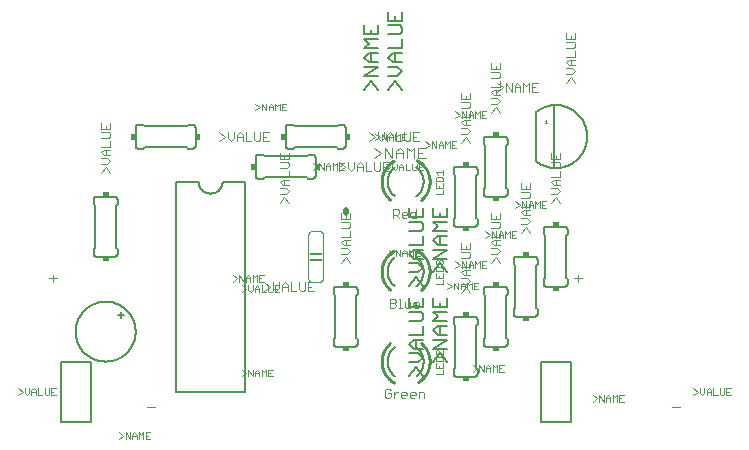
<source format=gto>
G75*
%MOIN*%
%OFA0B0*%
%FSLAX25Y25*%
%IPPOS*%
%LPD*%
%AMOC8*
5,1,8,0,0,1.08239X$1,22.5*
%
%ADD10C,0.00600*%
%ADD11C,0.00200*%
%ADD12C,0.00400*%
%ADD13C,0.00300*%
%ADD14R,0.04000X0.01000*%
%ADD15C,0.01000*%
%ADD16C,0.00500*%
%ADD17C,0.02000*%
%ADD18R,0.02000X0.01500*%
%ADD19R,0.01500X0.02000*%
%ADD20C,0.00100*%
D10*
X0081238Y0039627D02*
X0104238Y0039627D01*
X0104238Y0109627D01*
X0096738Y0109627D01*
X0096736Y0109501D01*
X0096730Y0109376D01*
X0096720Y0109251D01*
X0096706Y0109126D01*
X0096689Y0109001D01*
X0096667Y0108877D01*
X0096642Y0108754D01*
X0096612Y0108632D01*
X0096579Y0108511D01*
X0096542Y0108391D01*
X0096502Y0108272D01*
X0096457Y0108155D01*
X0096409Y0108038D01*
X0096357Y0107924D01*
X0096302Y0107811D01*
X0096243Y0107700D01*
X0096181Y0107591D01*
X0096115Y0107484D01*
X0096046Y0107379D01*
X0095974Y0107276D01*
X0095899Y0107175D01*
X0095820Y0107077D01*
X0095738Y0106982D01*
X0095654Y0106889D01*
X0095566Y0106799D01*
X0095476Y0106711D01*
X0095383Y0106627D01*
X0095288Y0106545D01*
X0095190Y0106466D01*
X0095089Y0106391D01*
X0094986Y0106319D01*
X0094881Y0106250D01*
X0094774Y0106184D01*
X0094665Y0106122D01*
X0094554Y0106063D01*
X0094441Y0106008D01*
X0094327Y0105956D01*
X0094210Y0105908D01*
X0094093Y0105863D01*
X0093974Y0105823D01*
X0093854Y0105786D01*
X0093733Y0105753D01*
X0093611Y0105723D01*
X0093488Y0105698D01*
X0093364Y0105676D01*
X0093239Y0105659D01*
X0093114Y0105645D01*
X0092989Y0105635D01*
X0092864Y0105629D01*
X0092738Y0105627D01*
X0092612Y0105629D01*
X0092487Y0105635D01*
X0092362Y0105645D01*
X0092237Y0105659D01*
X0092112Y0105676D01*
X0091988Y0105698D01*
X0091865Y0105723D01*
X0091743Y0105753D01*
X0091622Y0105786D01*
X0091502Y0105823D01*
X0091383Y0105863D01*
X0091266Y0105908D01*
X0091149Y0105956D01*
X0091035Y0106008D01*
X0090922Y0106063D01*
X0090811Y0106122D01*
X0090702Y0106184D01*
X0090595Y0106250D01*
X0090490Y0106319D01*
X0090387Y0106391D01*
X0090286Y0106466D01*
X0090188Y0106545D01*
X0090093Y0106627D01*
X0090000Y0106711D01*
X0089910Y0106799D01*
X0089822Y0106889D01*
X0089738Y0106982D01*
X0089656Y0107077D01*
X0089577Y0107175D01*
X0089502Y0107276D01*
X0089430Y0107379D01*
X0089361Y0107484D01*
X0089295Y0107591D01*
X0089233Y0107700D01*
X0089174Y0107811D01*
X0089119Y0107924D01*
X0089067Y0108038D01*
X0089019Y0108155D01*
X0088974Y0108272D01*
X0088934Y0108391D01*
X0088897Y0108511D01*
X0088864Y0108632D01*
X0088834Y0108754D01*
X0088809Y0108877D01*
X0088787Y0109001D01*
X0088770Y0109126D01*
X0088756Y0109251D01*
X0088746Y0109376D01*
X0088740Y0109501D01*
X0088738Y0109627D01*
X0081238Y0109627D01*
X0081238Y0039627D01*
X0047738Y0059627D02*
X0047741Y0059872D01*
X0047750Y0060118D01*
X0047765Y0060363D01*
X0047786Y0060607D01*
X0047813Y0060851D01*
X0047846Y0061094D01*
X0047885Y0061337D01*
X0047930Y0061578D01*
X0047981Y0061818D01*
X0048038Y0062057D01*
X0048100Y0062294D01*
X0048169Y0062530D01*
X0048243Y0062764D01*
X0048323Y0062996D01*
X0048408Y0063226D01*
X0048499Y0063454D01*
X0048596Y0063679D01*
X0048698Y0063903D01*
X0048806Y0064123D01*
X0048919Y0064341D01*
X0049037Y0064556D01*
X0049161Y0064768D01*
X0049289Y0064977D01*
X0049423Y0065183D01*
X0049562Y0065385D01*
X0049706Y0065584D01*
X0049855Y0065779D01*
X0050008Y0065971D01*
X0050166Y0066159D01*
X0050328Y0066343D01*
X0050496Y0066522D01*
X0050667Y0066698D01*
X0050843Y0066869D01*
X0051022Y0067037D01*
X0051206Y0067199D01*
X0051394Y0067357D01*
X0051586Y0067510D01*
X0051781Y0067659D01*
X0051980Y0067803D01*
X0052182Y0067942D01*
X0052388Y0068076D01*
X0052597Y0068204D01*
X0052809Y0068328D01*
X0053024Y0068446D01*
X0053242Y0068559D01*
X0053462Y0068667D01*
X0053686Y0068769D01*
X0053911Y0068866D01*
X0054139Y0068957D01*
X0054369Y0069042D01*
X0054601Y0069122D01*
X0054835Y0069196D01*
X0055071Y0069265D01*
X0055308Y0069327D01*
X0055547Y0069384D01*
X0055787Y0069435D01*
X0056028Y0069480D01*
X0056271Y0069519D01*
X0056514Y0069552D01*
X0056758Y0069579D01*
X0057002Y0069600D01*
X0057247Y0069615D01*
X0057493Y0069624D01*
X0057738Y0069627D01*
X0057983Y0069624D01*
X0058229Y0069615D01*
X0058474Y0069600D01*
X0058718Y0069579D01*
X0058962Y0069552D01*
X0059205Y0069519D01*
X0059448Y0069480D01*
X0059689Y0069435D01*
X0059929Y0069384D01*
X0060168Y0069327D01*
X0060405Y0069265D01*
X0060641Y0069196D01*
X0060875Y0069122D01*
X0061107Y0069042D01*
X0061337Y0068957D01*
X0061565Y0068866D01*
X0061790Y0068769D01*
X0062014Y0068667D01*
X0062234Y0068559D01*
X0062452Y0068446D01*
X0062667Y0068328D01*
X0062879Y0068204D01*
X0063088Y0068076D01*
X0063294Y0067942D01*
X0063496Y0067803D01*
X0063695Y0067659D01*
X0063890Y0067510D01*
X0064082Y0067357D01*
X0064270Y0067199D01*
X0064454Y0067037D01*
X0064633Y0066869D01*
X0064809Y0066698D01*
X0064980Y0066522D01*
X0065148Y0066343D01*
X0065310Y0066159D01*
X0065468Y0065971D01*
X0065621Y0065779D01*
X0065770Y0065584D01*
X0065914Y0065385D01*
X0066053Y0065183D01*
X0066187Y0064977D01*
X0066315Y0064768D01*
X0066439Y0064556D01*
X0066557Y0064341D01*
X0066670Y0064123D01*
X0066778Y0063903D01*
X0066880Y0063679D01*
X0066977Y0063454D01*
X0067068Y0063226D01*
X0067153Y0062996D01*
X0067233Y0062764D01*
X0067307Y0062530D01*
X0067376Y0062294D01*
X0067438Y0062057D01*
X0067495Y0061818D01*
X0067546Y0061578D01*
X0067591Y0061337D01*
X0067630Y0061094D01*
X0067663Y0060851D01*
X0067690Y0060607D01*
X0067711Y0060363D01*
X0067726Y0060118D01*
X0067735Y0059872D01*
X0067738Y0059627D01*
X0067735Y0059382D01*
X0067726Y0059136D01*
X0067711Y0058891D01*
X0067690Y0058647D01*
X0067663Y0058403D01*
X0067630Y0058160D01*
X0067591Y0057917D01*
X0067546Y0057676D01*
X0067495Y0057436D01*
X0067438Y0057197D01*
X0067376Y0056960D01*
X0067307Y0056724D01*
X0067233Y0056490D01*
X0067153Y0056258D01*
X0067068Y0056028D01*
X0066977Y0055800D01*
X0066880Y0055575D01*
X0066778Y0055351D01*
X0066670Y0055131D01*
X0066557Y0054913D01*
X0066439Y0054698D01*
X0066315Y0054486D01*
X0066187Y0054277D01*
X0066053Y0054071D01*
X0065914Y0053869D01*
X0065770Y0053670D01*
X0065621Y0053475D01*
X0065468Y0053283D01*
X0065310Y0053095D01*
X0065148Y0052911D01*
X0064980Y0052732D01*
X0064809Y0052556D01*
X0064633Y0052385D01*
X0064454Y0052217D01*
X0064270Y0052055D01*
X0064082Y0051897D01*
X0063890Y0051744D01*
X0063695Y0051595D01*
X0063496Y0051451D01*
X0063294Y0051312D01*
X0063088Y0051178D01*
X0062879Y0051050D01*
X0062667Y0050926D01*
X0062452Y0050808D01*
X0062234Y0050695D01*
X0062014Y0050587D01*
X0061790Y0050485D01*
X0061565Y0050388D01*
X0061337Y0050297D01*
X0061107Y0050212D01*
X0060875Y0050132D01*
X0060641Y0050058D01*
X0060405Y0049989D01*
X0060168Y0049927D01*
X0059929Y0049870D01*
X0059689Y0049819D01*
X0059448Y0049774D01*
X0059205Y0049735D01*
X0058962Y0049702D01*
X0058718Y0049675D01*
X0058474Y0049654D01*
X0058229Y0049639D01*
X0057983Y0049630D01*
X0057738Y0049627D01*
X0057493Y0049630D01*
X0057247Y0049639D01*
X0057002Y0049654D01*
X0056758Y0049675D01*
X0056514Y0049702D01*
X0056271Y0049735D01*
X0056028Y0049774D01*
X0055787Y0049819D01*
X0055547Y0049870D01*
X0055308Y0049927D01*
X0055071Y0049989D01*
X0054835Y0050058D01*
X0054601Y0050132D01*
X0054369Y0050212D01*
X0054139Y0050297D01*
X0053911Y0050388D01*
X0053686Y0050485D01*
X0053462Y0050587D01*
X0053242Y0050695D01*
X0053024Y0050808D01*
X0052809Y0050926D01*
X0052597Y0051050D01*
X0052388Y0051178D01*
X0052182Y0051312D01*
X0051980Y0051451D01*
X0051781Y0051595D01*
X0051586Y0051744D01*
X0051394Y0051897D01*
X0051206Y0052055D01*
X0051022Y0052217D01*
X0050843Y0052385D01*
X0050667Y0052556D01*
X0050496Y0052732D01*
X0050328Y0052911D01*
X0050166Y0053095D01*
X0050008Y0053283D01*
X0049855Y0053475D01*
X0049706Y0053670D01*
X0049562Y0053869D01*
X0049423Y0054071D01*
X0049289Y0054277D01*
X0049161Y0054486D01*
X0049037Y0054698D01*
X0048919Y0054913D01*
X0048806Y0055131D01*
X0048698Y0055351D01*
X0048596Y0055575D01*
X0048499Y0055800D01*
X0048408Y0056028D01*
X0048323Y0056258D01*
X0048243Y0056490D01*
X0048169Y0056724D01*
X0048100Y0056960D01*
X0048038Y0057197D01*
X0047981Y0057436D01*
X0047930Y0057676D01*
X0047885Y0057917D01*
X0047846Y0058160D01*
X0047813Y0058403D01*
X0047786Y0058647D01*
X0047765Y0058891D01*
X0047750Y0059136D01*
X0047741Y0059382D01*
X0047738Y0059627D01*
X0061738Y0065127D02*
X0062738Y0065127D01*
X0063738Y0065127D01*
X0062738Y0065127D02*
X0062738Y0064127D01*
X0062738Y0065127D02*
X0062738Y0066127D01*
X0060738Y0084627D02*
X0054738Y0084627D01*
X0054678Y0084629D01*
X0054617Y0084634D01*
X0054558Y0084643D01*
X0054499Y0084656D01*
X0054440Y0084672D01*
X0054383Y0084692D01*
X0054328Y0084715D01*
X0054273Y0084742D01*
X0054221Y0084771D01*
X0054170Y0084804D01*
X0054121Y0084840D01*
X0054075Y0084878D01*
X0054031Y0084920D01*
X0053989Y0084964D01*
X0053951Y0085010D01*
X0053915Y0085059D01*
X0053882Y0085110D01*
X0053853Y0085162D01*
X0053826Y0085217D01*
X0053803Y0085272D01*
X0053783Y0085329D01*
X0053767Y0085388D01*
X0053754Y0085447D01*
X0053745Y0085506D01*
X0053740Y0085567D01*
X0053738Y0085627D01*
X0053738Y0087127D01*
X0054238Y0087627D01*
X0054238Y0101627D01*
X0053738Y0102127D01*
X0053738Y0103627D01*
X0053740Y0103687D01*
X0053745Y0103748D01*
X0053754Y0103807D01*
X0053767Y0103866D01*
X0053783Y0103925D01*
X0053803Y0103982D01*
X0053826Y0104037D01*
X0053853Y0104092D01*
X0053882Y0104144D01*
X0053915Y0104195D01*
X0053951Y0104244D01*
X0053989Y0104290D01*
X0054031Y0104334D01*
X0054075Y0104376D01*
X0054121Y0104414D01*
X0054170Y0104450D01*
X0054221Y0104483D01*
X0054273Y0104512D01*
X0054328Y0104539D01*
X0054383Y0104562D01*
X0054440Y0104582D01*
X0054499Y0104598D01*
X0054558Y0104611D01*
X0054617Y0104620D01*
X0054678Y0104625D01*
X0054738Y0104627D01*
X0060738Y0104627D01*
X0060798Y0104625D01*
X0060859Y0104620D01*
X0060918Y0104611D01*
X0060977Y0104598D01*
X0061036Y0104582D01*
X0061093Y0104562D01*
X0061148Y0104539D01*
X0061203Y0104512D01*
X0061255Y0104483D01*
X0061306Y0104450D01*
X0061355Y0104414D01*
X0061401Y0104376D01*
X0061445Y0104334D01*
X0061487Y0104290D01*
X0061525Y0104244D01*
X0061561Y0104195D01*
X0061594Y0104144D01*
X0061623Y0104092D01*
X0061650Y0104037D01*
X0061673Y0103982D01*
X0061693Y0103925D01*
X0061709Y0103866D01*
X0061722Y0103807D01*
X0061731Y0103748D01*
X0061736Y0103687D01*
X0061738Y0103627D01*
X0061738Y0102127D01*
X0061238Y0101627D01*
X0061238Y0087627D01*
X0061738Y0087127D01*
X0061738Y0085627D01*
X0061736Y0085567D01*
X0061731Y0085506D01*
X0061722Y0085447D01*
X0061709Y0085388D01*
X0061693Y0085329D01*
X0061673Y0085272D01*
X0061650Y0085217D01*
X0061623Y0085162D01*
X0061594Y0085110D01*
X0061561Y0085059D01*
X0061525Y0085010D01*
X0061487Y0084964D01*
X0061445Y0084920D01*
X0061401Y0084878D01*
X0061355Y0084840D01*
X0061306Y0084804D01*
X0061255Y0084771D01*
X0061203Y0084742D01*
X0061148Y0084715D01*
X0061093Y0084692D01*
X0061036Y0084672D01*
X0060977Y0084656D01*
X0060918Y0084643D01*
X0060859Y0084634D01*
X0060798Y0084629D01*
X0060738Y0084627D01*
X0060798Y0084629D01*
X0060859Y0084634D01*
X0060918Y0084643D01*
X0060977Y0084656D01*
X0061036Y0084672D01*
X0061093Y0084692D01*
X0061148Y0084715D01*
X0061203Y0084742D01*
X0061255Y0084771D01*
X0061306Y0084804D01*
X0061355Y0084840D01*
X0061401Y0084878D01*
X0061445Y0084920D01*
X0061487Y0084964D01*
X0061525Y0085010D01*
X0061561Y0085059D01*
X0061594Y0085110D01*
X0061623Y0085162D01*
X0061650Y0085217D01*
X0061673Y0085272D01*
X0061693Y0085329D01*
X0061709Y0085388D01*
X0061722Y0085447D01*
X0061731Y0085506D01*
X0061736Y0085567D01*
X0061738Y0085627D01*
X0054738Y0084627D02*
X0054678Y0084629D01*
X0054617Y0084634D01*
X0054558Y0084643D01*
X0054499Y0084656D01*
X0054440Y0084672D01*
X0054383Y0084692D01*
X0054328Y0084715D01*
X0054273Y0084742D01*
X0054221Y0084771D01*
X0054170Y0084804D01*
X0054121Y0084840D01*
X0054075Y0084878D01*
X0054031Y0084920D01*
X0053989Y0084964D01*
X0053951Y0085010D01*
X0053915Y0085059D01*
X0053882Y0085110D01*
X0053853Y0085162D01*
X0053826Y0085217D01*
X0053803Y0085272D01*
X0053783Y0085329D01*
X0053767Y0085388D01*
X0053754Y0085447D01*
X0053745Y0085506D01*
X0053740Y0085567D01*
X0053738Y0085627D01*
X0053738Y0103627D02*
X0053740Y0103687D01*
X0053745Y0103748D01*
X0053754Y0103807D01*
X0053767Y0103866D01*
X0053783Y0103925D01*
X0053803Y0103982D01*
X0053826Y0104037D01*
X0053853Y0104092D01*
X0053882Y0104144D01*
X0053915Y0104195D01*
X0053951Y0104244D01*
X0053989Y0104290D01*
X0054031Y0104334D01*
X0054075Y0104376D01*
X0054121Y0104414D01*
X0054170Y0104450D01*
X0054221Y0104483D01*
X0054273Y0104512D01*
X0054328Y0104539D01*
X0054383Y0104562D01*
X0054440Y0104582D01*
X0054499Y0104598D01*
X0054558Y0104611D01*
X0054617Y0104620D01*
X0054678Y0104625D01*
X0054738Y0104627D01*
X0060738Y0104627D02*
X0060798Y0104625D01*
X0060859Y0104620D01*
X0060918Y0104611D01*
X0060977Y0104598D01*
X0061036Y0104582D01*
X0061093Y0104562D01*
X0061148Y0104539D01*
X0061203Y0104512D01*
X0061255Y0104483D01*
X0061306Y0104450D01*
X0061355Y0104414D01*
X0061401Y0104376D01*
X0061445Y0104334D01*
X0061487Y0104290D01*
X0061525Y0104244D01*
X0061561Y0104195D01*
X0061594Y0104144D01*
X0061623Y0104092D01*
X0061650Y0104037D01*
X0061673Y0103982D01*
X0061693Y0103925D01*
X0061709Y0103866D01*
X0061722Y0103807D01*
X0061731Y0103748D01*
X0061736Y0103687D01*
X0061738Y0103627D01*
X0068738Y0120627D02*
X0070238Y0120627D01*
X0070738Y0121127D01*
X0084738Y0121127D01*
X0085238Y0120627D01*
X0086738Y0120627D01*
X0086798Y0120629D01*
X0086859Y0120634D01*
X0086918Y0120643D01*
X0086977Y0120656D01*
X0087036Y0120672D01*
X0087093Y0120692D01*
X0087148Y0120715D01*
X0087203Y0120742D01*
X0087255Y0120771D01*
X0087306Y0120804D01*
X0087355Y0120840D01*
X0087401Y0120878D01*
X0087445Y0120920D01*
X0087487Y0120964D01*
X0087525Y0121010D01*
X0087561Y0121059D01*
X0087594Y0121110D01*
X0087623Y0121162D01*
X0087650Y0121217D01*
X0087673Y0121272D01*
X0087693Y0121329D01*
X0087709Y0121388D01*
X0087722Y0121447D01*
X0087731Y0121506D01*
X0087736Y0121567D01*
X0087738Y0121627D01*
X0087738Y0127627D01*
X0087736Y0127687D01*
X0087731Y0127748D01*
X0087722Y0127807D01*
X0087709Y0127866D01*
X0087693Y0127925D01*
X0087673Y0127982D01*
X0087650Y0128037D01*
X0087623Y0128092D01*
X0087594Y0128144D01*
X0087561Y0128195D01*
X0087525Y0128244D01*
X0087487Y0128290D01*
X0087445Y0128334D01*
X0087401Y0128376D01*
X0087355Y0128414D01*
X0087306Y0128450D01*
X0087255Y0128483D01*
X0087203Y0128512D01*
X0087148Y0128539D01*
X0087093Y0128562D01*
X0087036Y0128582D01*
X0086977Y0128598D01*
X0086918Y0128611D01*
X0086859Y0128620D01*
X0086798Y0128625D01*
X0086738Y0128627D01*
X0085238Y0128627D01*
X0084738Y0128127D01*
X0070738Y0128127D01*
X0070238Y0128627D01*
X0068738Y0128627D01*
X0068678Y0128625D01*
X0068617Y0128620D01*
X0068558Y0128611D01*
X0068499Y0128598D01*
X0068440Y0128582D01*
X0068383Y0128562D01*
X0068328Y0128539D01*
X0068273Y0128512D01*
X0068221Y0128483D01*
X0068170Y0128450D01*
X0068121Y0128414D01*
X0068075Y0128376D01*
X0068031Y0128334D01*
X0067989Y0128290D01*
X0067951Y0128244D01*
X0067915Y0128195D01*
X0067882Y0128144D01*
X0067853Y0128092D01*
X0067826Y0128037D01*
X0067803Y0127982D01*
X0067783Y0127925D01*
X0067767Y0127866D01*
X0067754Y0127807D01*
X0067745Y0127748D01*
X0067740Y0127687D01*
X0067738Y0127627D01*
X0067738Y0121627D01*
X0067740Y0121567D01*
X0067745Y0121506D01*
X0067754Y0121447D01*
X0067767Y0121388D01*
X0067783Y0121329D01*
X0067803Y0121272D01*
X0067826Y0121217D01*
X0067853Y0121162D01*
X0067882Y0121110D01*
X0067915Y0121059D01*
X0067951Y0121010D01*
X0067989Y0120964D01*
X0068031Y0120920D01*
X0068075Y0120878D01*
X0068121Y0120840D01*
X0068170Y0120804D01*
X0068221Y0120771D01*
X0068273Y0120742D01*
X0068328Y0120715D01*
X0068383Y0120692D01*
X0068440Y0120672D01*
X0068499Y0120656D01*
X0068558Y0120643D01*
X0068617Y0120634D01*
X0068678Y0120629D01*
X0068738Y0120627D01*
X0068678Y0120629D01*
X0068617Y0120634D01*
X0068558Y0120643D01*
X0068499Y0120656D01*
X0068440Y0120672D01*
X0068383Y0120692D01*
X0068328Y0120715D01*
X0068273Y0120742D01*
X0068221Y0120771D01*
X0068170Y0120804D01*
X0068121Y0120840D01*
X0068075Y0120878D01*
X0068031Y0120920D01*
X0067989Y0120964D01*
X0067951Y0121010D01*
X0067915Y0121059D01*
X0067882Y0121110D01*
X0067853Y0121162D01*
X0067826Y0121217D01*
X0067803Y0121272D01*
X0067783Y0121329D01*
X0067767Y0121388D01*
X0067754Y0121447D01*
X0067745Y0121506D01*
X0067740Y0121567D01*
X0067738Y0121627D01*
X0067738Y0127627D02*
X0067740Y0127687D01*
X0067745Y0127748D01*
X0067754Y0127807D01*
X0067767Y0127866D01*
X0067783Y0127925D01*
X0067803Y0127982D01*
X0067826Y0128037D01*
X0067853Y0128092D01*
X0067882Y0128144D01*
X0067915Y0128195D01*
X0067951Y0128244D01*
X0067989Y0128290D01*
X0068031Y0128334D01*
X0068075Y0128376D01*
X0068121Y0128414D01*
X0068170Y0128450D01*
X0068221Y0128483D01*
X0068273Y0128512D01*
X0068328Y0128539D01*
X0068383Y0128562D01*
X0068440Y0128582D01*
X0068499Y0128598D01*
X0068558Y0128611D01*
X0068617Y0128620D01*
X0068678Y0128625D01*
X0068738Y0128627D01*
X0086738Y0128627D02*
X0086798Y0128625D01*
X0086859Y0128620D01*
X0086918Y0128611D01*
X0086977Y0128598D01*
X0087036Y0128582D01*
X0087093Y0128562D01*
X0087148Y0128539D01*
X0087203Y0128512D01*
X0087255Y0128483D01*
X0087306Y0128450D01*
X0087355Y0128414D01*
X0087401Y0128376D01*
X0087445Y0128334D01*
X0087487Y0128290D01*
X0087525Y0128244D01*
X0087561Y0128195D01*
X0087594Y0128144D01*
X0087623Y0128092D01*
X0087650Y0128037D01*
X0087673Y0127982D01*
X0087693Y0127925D01*
X0087709Y0127866D01*
X0087722Y0127807D01*
X0087731Y0127748D01*
X0087736Y0127687D01*
X0087738Y0127627D01*
X0087738Y0121627D02*
X0087736Y0121567D01*
X0087731Y0121506D01*
X0087722Y0121447D01*
X0087709Y0121388D01*
X0087693Y0121329D01*
X0087673Y0121272D01*
X0087650Y0121217D01*
X0087623Y0121162D01*
X0087594Y0121110D01*
X0087561Y0121059D01*
X0087525Y0121010D01*
X0087487Y0120964D01*
X0087445Y0120920D01*
X0087401Y0120878D01*
X0087355Y0120840D01*
X0087306Y0120804D01*
X0087255Y0120771D01*
X0087203Y0120742D01*
X0087148Y0120715D01*
X0087093Y0120692D01*
X0087036Y0120672D01*
X0086977Y0120656D01*
X0086918Y0120643D01*
X0086859Y0120634D01*
X0086798Y0120629D01*
X0086738Y0120627D01*
X0107738Y0117627D02*
X0107738Y0111627D01*
X0107740Y0111567D01*
X0107745Y0111506D01*
X0107754Y0111447D01*
X0107767Y0111388D01*
X0107783Y0111329D01*
X0107803Y0111272D01*
X0107826Y0111217D01*
X0107853Y0111162D01*
X0107882Y0111110D01*
X0107915Y0111059D01*
X0107951Y0111010D01*
X0107989Y0110964D01*
X0108031Y0110920D01*
X0108075Y0110878D01*
X0108121Y0110840D01*
X0108170Y0110804D01*
X0108221Y0110771D01*
X0108273Y0110742D01*
X0108328Y0110715D01*
X0108383Y0110692D01*
X0108440Y0110672D01*
X0108499Y0110656D01*
X0108558Y0110643D01*
X0108617Y0110634D01*
X0108678Y0110629D01*
X0108738Y0110627D01*
X0110238Y0110627D01*
X0110738Y0111127D01*
X0124738Y0111127D01*
X0125238Y0110627D01*
X0126738Y0110627D01*
X0126798Y0110629D01*
X0126859Y0110634D01*
X0126918Y0110643D01*
X0126977Y0110656D01*
X0127036Y0110672D01*
X0127093Y0110692D01*
X0127148Y0110715D01*
X0127203Y0110742D01*
X0127255Y0110771D01*
X0127306Y0110804D01*
X0127355Y0110840D01*
X0127401Y0110878D01*
X0127445Y0110920D01*
X0127487Y0110964D01*
X0127525Y0111010D01*
X0127561Y0111059D01*
X0127594Y0111110D01*
X0127623Y0111162D01*
X0127650Y0111217D01*
X0127673Y0111272D01*
X0127693Y0111329D01*
X0127709Y0111388D01*
X0127722Y0111447D01*
X0127731Y0111506D01*
X0127736Y0111567D01*
X0127738Y0111627D01*
X0127738Y0117627D01*
X0127736Y0117687D01*
X0127731Y0117748D01*
X0127722Y0117807D01*
X0127709Y0117866D01*
X0127693Y0117925D01*
X0127673Y0117982D01*
X0127650Y0118037D01*
X0127623Y0118092D01*
X0127594Y0118144D01*
X0127561Y0118195D01*
X0127525Y0118244D01*
X0127487Y0118290D01*
X0127445Y0118334D01*
X0127401Y0118376D01*
X0127355Y0118414D01*
X0127306Y0118450D01*
X0127255Y0118483D01*
X0127203Y0118512D01*
X0127148Y0118539D01*
X0127093Y0118562D01*
X0127036Y0118582D01*
X0126977Y0118598D01*
X0126918Y0118611D01*
X0126859Y0118620D01*
X0126798Y0118625D01*
X0126738Y0118627D01*
X0125238Y0118627D01*
X0124738Y0118127D01*
X0110738Y0118127D01*
X0110238Y0118627D01*
X0108738Y0118627D01*
X0108678Y0118625D01*
X0108617Y0118620D01*
X0108558Y0118611D01*
X0108499Y0118598D01*
X0108440Y0118582D01*
X0108383Y0118562D01*
X0108328Y0118539D01*
X0108273Y0118512D01*
X0108221Y0118483D01*
X0108170Y0118450D01*
X0108121Y0118414D01*
X0108075Y0118376D01*
X0108031Y0118334D01*
X0107989Y0118290D01*
X0107951Y0118244D01*
X0107915Y0118195D01*
X0107882Y0118144D01*
X0107853Y0118092D01*
X0107826Y0118037D01*
X0107803Y0117982D01*
X0107783Y0117925D01*
X0107767Y0117866D01*
X0107754Y0117807D01*
X0107745Y0117748D01*
X0107740Y0117687D01*
X0107738Y0117627D01*
X0107740Y0117687D01*
X0107745Y0117748D01*
X0107754Y0117807D01*
X0107767Y0117866D01*
X0107783Y0117925D01*
X0107803Y0117982D01*
X0107826Y0118037D01*
X0107853Y0118092D01*
X0107882Y0118144D01*
X0107915Y0118195D01*
X0107951Y0118244D01*
X0107989Y0118290D01*
X0108031Y0118334D01*
X0108075Y0118376D01*
X0108121Y0118414D01*
X0108170Y0118450D01*
X0108221Y0118483D01*
X0108273Y0118512D01*
X0108328Y0118539D01*
X0108383Y0118562D01*
X0108440Y0118582D01*
X0108499Y0118598D01*
X0108558Y0118611D01*
X0108617Y0118620D01*
X0108678Y0118625D01*
X0108738Y0118627D01*
X0117738Y0121627D02*
X0117738Y0127627D01*
X0117740Y0127687D01*
X0117745Y0127748D01*
X0117754Y0127807D01*
X0117767Y0127866D01*
X0117783Y0127925D01*
X0117803Y0127982D01*
X0117826Y0128037D01*
X0117853Y0128092D01*
X0117882Y0128144D01*
X0117915Y0128195D01*
X0117951Y0128244D01*
X0117989Y0128290D01*
X0118031Y0128334D01*
X0118075Y0128376D01*
X0118121Y0128414D01*
X0118170Y0128450D01*
X0118221Y0128483D01*
X0118273Y0128512D01*
X0118328Y0128539D01*
X0118383Y0128562D01*
X0118440Y0128582D01*
X0118499Y0128598D01*
X0118558Y0128611D01*
X0118617Y0128620D01*
X0118678Y0128625D01*
X0118738Y0128627D01*
X0120238Y0128627D01*
X0120738Y0128127D01*
X0134738Y0128127D01*
X0135238Y0128627D01*
X0136738Y0128627D01*
X0136798Y0128625D01*
X0136859Y0128620D01*
X0136918Y0128611D01*
X0136977Y0128598D01*
X0137036Y0128582D01*
X0137093Y0128562D01*
X0137148Y0128539D01*
X0137203Y0128512D01*
X0137255Y0128483D01*
X0137306Y0128450D01*
X0137355Y0128414D01*
X0137401Y0128376D01*
X0137445Y0128334D01*
X0137487Y0128290D01*
X0137525Y0128244D01*
X0137561Y0128195D01*
X0137594Y0128144D01*
X0137623Y0128092D01*
X0137650Y0128037D01*
X0137673Y0127982D01*
X0137693Y0127925D01*
X0137709Y0127866D01*
X0137722Y0127807D01*
X0137731Y0127748D01*
X0137736Y0127687D01*
X0137738Y0127627D01*
X0137738Y0121627D01*
X0137736Y0121567D01*
X0137731Y0121506D01*
X0137722Y0121447D01*
X0137709Y0121388D01*
X0137693Y0121329D01*
X0137673Y0121272D01*
X0137650Y0121217D01*
X0137623Y0121162D01*
X0137594Y0121110D01*
X0137561Y0121059D01*
X0137525Y0121010D01*
X0137487Y0120964D01*
X0137445Y0120920D01*
X0137401Y0120878D01*
X0137355Y0120840D01*
X0137306Y0120804D01*
X0137255Y0120771D01*
X0137203Y0120742D01*
X0137148Y0120715D01*
X0137093Y0120692D01*
X0137036Y0120672D01*
X0136977Y0120656D01*
X0136918Y0120643D01*
X0136859Y0120634D01*
X0136798Y0120629D01*
X0136738Y0120627D01*
X0135238Y0120627D01*
X0134738Y0121127D01*
X0120738Y0121127D01*
X0120238Y0120627D01*
X0118738Y0120627D01*
X0118678Y0120629D01*
X0118617Y0120634D01*
X0118558Y0120643D01*
X0118499Y0120656D01*
X0118440Y0120672D01*
X0118383Y0120692D01*
X0118328Y0120715D01*
X0118273Y0120742D01*
X0118221Y0120771D01*
X0118170Y0120804D01*
X0118121Y0120840D01*
X0118075Y0120878D01*
X0118031Y0120920D01*
X0117989Y0120964D01*
X0117951Y0121010D01*
X0117915Y0121059D01*
X0117882Y0121110D01*
X0117853Y0121162D01*
X0117826Y0121217D01*
X0117803Y0121272D01*
X0117783Y0121329D01*
X0117767Y0121388D01*
X0117754Y0121447D01*
X0117745Y0121506D01*
X0117740Y0121567D01*
X0117738Y0121627D01*
X0117740Y0121567D01*
X0117745Y0121506D01*
X0117754Y0121447D01*
X0117767Y0121388D01*
X0117783Y0121329D01*
X0117803Y0121272D01*
X0117826Y0121217D01*
X0117853Y0121162D01*
X0117882Y0121110D01*
X0117915Y0121059D01*
X0117951Y0121010D01*
X0117989Y0120964D01*
X0118031Y0120920D01*
X0118075Y0120878D01*
X0118121Y0120840D01*
X0118170Y0120804D01*
X0118221Y0120771D01*
X0118273Y0120742D01*
X0118328Y0120715D01*
X0118383Y0120692D01*
X0118440Y0120672D01*
X0118499Y0120656D01*
X0118558Y0120643D01*
X0118617Y0120634D01*
X0118678Y0120629D01*
X0118738Y0120627D01*
X0126738Y0118627D02*
X0126798Y0118625D01*
X0126859Y0118620D01*
X0126918Y0118611D01*
X0126977Y0118598D01*
X0127036Y0118582D01*
X0127093Y0118562D01*
X0127148Y0118539D01*
X0127203Y0118512D01*
X0127255Y0118483D01*
X0127306Y0118450D01*
X0127355Y0118414D01*
X0127401Y0118376D01*
X0127445Y0118334D01*
X0127487Y0118290D01*
X0127525Y0118244D01*
X0127561Y0118195D01*
X0127594Y0118144D01*
X0127623Y0118092D01*
X0127650Y0118037D01*
X0127673Y0117982D01*
X0127693Y0117925D01*
X0127709Y0117866D01*
X0127722Y0117807D01*
X0127731Y0117748D01*
X0127736Y0117687D01*
X0127738Y0117627D01*
X0136738Y0120627D02*
X0136798Y0120629D01*
X0136859Y0120634D01*
X0136918Y0120643D01*
X0136977Y0120656D01*
X0137036Y0120672D01*
X0137093Y0120692D01*
X0137148Y0120715D01*
X0137203Y0120742D01*
X0137255Y0120771D01*
X0137306Y0120804D01*
X0137355Y0120840D01*
X0137401Y0120878D01*
X0137445Y0120920D01*
X0137487Y0120964D01*
X0137525Y0121010D01*
X0137561Y0121059D01*
X0137594Y0121110D01*
X0137623Y0121162D01*
X0137650Y0121217D01*
X0137673Y0121272D01*
X0137693Y0121329D01*
X0137709Y0121388D01*
X0137722Y0121447D01*
X0137731Y0121506D01*
X0137736Y0121567D01*
X0137738Y0121627D01*
X0137738Y0127627D02*
X0137736Y0127687D01*
X0137731Y0127748D01*
X0137722Y0127807D01*
X0137709Y0127866D01*
X0137693Y0127925D01*
X0137673Y0127982D01*
X0137650Y0128037D01*
X0137623Y0128092D01*
X0137594Y0128144D01*
X0137561Y0128195D01*
X0137525Y0128244D01*
X0137487Y0128290D01*
X0137445Y0128334D01*
X0137401Y0128376D01*
X0137355Y0128414D01*
X0137306Y0128450D01*
X0137255Y0128483D01*
X0137203Y0128512D01*
X0137148Y0128539D01*
X0137093Y0128562D01*
X0137036Y0128582D01*
X0136977Y0128598D01*
X0136918Y0128611D01*
X0136859Y0128620D01*
X0136798Y0128625D01*
X0136738Y0128627D01*
X0118738Y0128627D02*
X0118678Y0128625D01*
X0118617Y0128620D01*
X0118558Y0128611D01*
X0118499Y0128598D01*
X0118440Y0128582D01*
X0118383Y0128562D01*
X0118328Y0128539D01*
X0118273Y0128512D01*
X0118221Y0128483D01*
X0118170Y0128450D01*
X0118121Y0128414D01*
X0118075Y0128376D01*
X0118031Y0128334D01*
X0117989Y0128290D01*
X0117951Y0128244D01*
X0117915Y0128195D01*
X0117882Y0128144D01*
X0117853Y0128092D01*
X0117826Y0128037D01*
X0117803Y0127982D01*
X0117783Y0127925D01*
X0117767Y0127866D01*
X0117754Y0127807D01*
X0117745Y0127748D01*
X0117740Y0127687D01*
X0117738Y0127627D01*
X0107738Y0111627D02*
X0107740Y0111567D01*
X0107745Y0111506D01*
X0107754Y0111447D01*
X0107767Y0111388D01*
X0107783Y0111329D01*
X0107803Y0111272D01*
X0107826Y0111217D01*
X0107853Y0111162D01*
X0107882Y0111110D01*
X0107915Y0111059D01*
X0107951Y0111010D01*
X0107989Y0110964D01*
X0108031Y0110920D01*
X0108075Y0110878D01*
X0108121Y0110840D01*
X0108170Y0110804D01*
X0108221Y0110771D01*
X0108273Y0110742D01*
X0108328Y0110715D01*
X0108383Y0110692D01*
X0108440Y0110672D01*
X0108499Y0110656D01*
X0108558Y0110643D01*
X0108617Y0110634D01*
X0108678Y0110629D01*
X0108738Y0110627D01*
X0126738Y0110627D02*
X0126798Y0110629D01*
X0126859Y0110634D01*
X0126918Y0110643D01*
X0126977Y0110656D01*
X0127036Y0110672D01*
X0127093Y0110692D01*
X0127148Y0110715D01*
X0127203Y0110742D01*
X0127255Y0110771D01*
X0127306Y0110804D01*
X0127355Y0110840D01*
X0127401Y0110878D01*
X0127445Y0110920D01*
X0127487Y0110964D01*
X0127525Y0111010D01*
X0127561Y0111059D01*
X0127594Y0111110D01*
X0127623Y0111162D01*
X0127650Y0111217D01*
X0127673Y0111272D01*
X0127693Y0111329D01*
X0127709Y0111388D01*
X0127722Y0111447D01*
X0127731Y0111506D01*
X0127736Y0111567D01*
X0127738Y0111627D01*
X0161225Y0104745D02*
X0161350Y0104836D01*
X0161472Y0104930D01*
X0161591Y0105028D01*
X0161708Y0105128D01*
X0161822Y0105232D01*
X0161934Y0105338D01*
X0162042Y0105447D01*
X0162148Y0105559D01*
X0162251Y0105674D01*
X0162351Y0105791D01*
X0162449Y0105911D01*
X0162542Y0106033D01*
X0162633Y0106157D01*
X0162721Y0106284D01*
X0162805Y0106413D01*
X0162886Y0106545D01*
X0162963Y0106678D01*
X0163037Y0106813D01*
X0163108Y0106950D01*
X0163175Y0107089D01*
X0163238Y0107229D01*
X0163298Y0107372D01*
X0163354Y0107515D01*
X0163406Y0107660D01*
X0163455Y0107806D01*
X0163500Y0107954D01*
X0163541Y0108102D01*
X0163578Y0108252D01*
X0163612Y0108402D01*
X0163641Y0108554D01*
X0163667Y0108706D01*
X0163689Y0108858D01*
X0163706Y0109011D01*
X0163720Y0109165D01*
X0163730Y0109319D01*
X0163736Y0109473D01*
X0163738Y0109627D01*
X0154055Y0114363D02*
X0153936Y0114269D01*
X0153820Y0114171D01*
X0153706Y0114071D01*
X0153595Y0113967D01*
X0153487Y0113861D01*
X0153381Y0113753D01*
X0153279Y0113641D01*
X0153179Y0113527D01*
X0153081Y0113411D01*
X0152987Y0113292D01*
X0152896Y0113171D01*
X0152808Y0113047D01*
X0152723Y0112921D01*
X0152642Y0112794D01*
X0152563Y0112664D01*
X0152488Y0112532D01*
X0152417Y0112399D01*
X0152348Y0112263D01*
X0152283Y0112126D01*
X0152222Y0111988D01*
X0152164Y0111847D01*
X0152110Y0111706D01*
X0152059Y0111563D01*
X0152012Y0111419D01*
X0151968Y0111274D01*
X0151929Y0111127D01*
X0151893Y0110980D01*
X0151860Y0110832D01*
X0151832Y0110683D01*
X0151807Y0110533D01*
X0151786Y0110383D01*
X0151769Y0110233D01*
X0151755Y0110081D01*
X0151746Y0109930D01*
X0151740Y0109779D01*
X0151738Y0109627D01*
X0161338Y0114427D02*
X0161457Y0114335D01*
X0161574Y0114241D01*
X0161688Y0114143D01*
X0161800Y0114043D01*
X0161910Y0113939D01*
X0162016Y0113834D01*
X0162121Y0113725D01*
X0162222Y0113614D01*
X0162320Y0113500D01*
X0162416Y0113384D01*
X0162509Y0113266D01*
X0162598Y0113145D01*
X0162685Y0113022D01*
X0162768Y0112897D01*
X0162849Y0112770D01*
X0162926Y0112641D01*
X0163000Y0112510D01*
X0163071Y0112377D01*
X0163138Y0112243D01*
X0163202Y0112107D01*
X0163262Y0111969D01*
X0163319Y0111830D01*
X0163372Y0111689D01*
X0163422Y0111547D01*
X0163469Y0111404D01*
X0163511Y0111260D01*
X0163551Y0111115D01*
X0163586Y0110969D01*
X0163618Y0110822D01*
X0163646Y0110674D01*
X0163670Y0110526D01*
X0163691Y0110377D01*
X0163708Y0110227D01*
X0163721Y0110078D01*
X0163730Y0109928D01*
X0163736Y0109777D01*
X0163738Y0109627D01*
X0154055Y0104891D02*
X0153936Y0104985D01*
X0153820Y0105083D01*
X0153706Y0105183D01*
X0153595Y0105287D01*
X0153487Y0105393D01*
X0153381Y0105501D01*
X0153279Y0105613D01*
X0153179Y0105727D01*
X0153081Y0105843D01*
X0152987Y0105962D01*
X0152896Y0106083D01*
X0152808Y0106207D01*
X0152723Y0106333D01*
X0152642Y0106460D01*
X0152563Y0106590D01*
X0152488Y0106722D01*
X0152417Y0106855D01*
X0152348Y0106991D01*
X0152283Y0107128D01*
X0152222Y0107266D01*
X0152164Y0107407D01*
X0152110Y0107548D01*
X0152059Y0107691D01*
X0152012Y0107835D01*
X0151968Y0107980D01*
X0151929Y0108127D01*
X0151893Y0108274D01*
X0151860Y0108422D01*
X0151832Y0108571D01*
X0151807Y0108721D01*
X0151786Y0108871D01*
X0151769Y0109021D01*
X0151755Y0109173D01*
X0151746Y0109324D01*
X0151740Y0109475D01*
X0151738Y0109627D01*
X0173738Y0112127D02*
X0174238Y0111627D01*
X0174238Y0097627D01*
X0173738Y0097127D01*
X0173738Y0095627D01*
X0173740Y0095567D01*
X0173745Y0095506D01*
X0173754Y0095447D01*
X0173767Y0095388D01*
X0173783Y0095329D01*
X0173803Y0095272D01*
X0173826Y0095217D01*
X0173853Y0095162D01*
X0173882Y0095110D01*
X0173915Y0095059D01*
X0173951Y0095010D01*
X0173989Y0094964D01*
X0174031Y0094920D01*
X0174075Y0094878D01*
X0174121Y0094840D01*
X0174170Y0094804D01*
X0174221Y0094771D01*
X0174273Y0094742D01*
X0174328Y0094715D01*
X0174383Y0094692D01*
X0174440Y0094672D01*
X0174499Y0094656D01*
X0174558Y0094643D01*
X0174617Y0094634D01*
X0174678Y0094629D01*
X0174738Y0094627D01*
X0180738Y0094627D01*
X0180798Y0094629D01*
X0180859Y0094634D01*
X0180918Y0094643D01*
X0180977Y0094656D01*
X0181036Y0094672D01*
X0181093Y0094692D01*
X0181148Y0094715D01*
X0181203Y0094742D01*
X0181255Y0094771D01*
X0181306Y0094804D01*
X0181355Y0094840D01*
X0181401Y0094878D01*
X0181445Y0094920D01*
X0181487Y0094964D01*
X0181525Y0095010D01*
X0181561Y0095059D01*
X0181594Y0095110D01*
X0181623Y0095162D01*
X0181650Y0095217D01*
X0181673Y0095272D01*
X0181693Y0095329D01*
X0181709Y0095388D01*
X0181722Y0095447D01*
X0181731Y0095506D01*
X0181736Y0095567D01*
X0181738Y0095627D01*
X0181738Y0097127D01*
X0181238Y0097627D01*
X0181238Y0111627D01*
X0181738Y0112127D01*
X0181738Y0113627D01*
X0181736Y0113687D01*
X0181731Y0113748D01*
X0181722Y0113807D01*
X0181709Y0113866D01*
X0181693Y0113925D01*
X0181673Y0113982D01*
X0181650Y0114037D01*
X0181623Y0114092D01*
X0181594Y0114144D01*
X0181561Y0114195D01*
X0181525Y0114244D01*
X0181487Y0114290D01*
X0181445Y0114334D01*
X0181401Y0114376D01*
X0181355Y0114414D01*
X0181306Y0114450D01*
X0181255Y0114483D01*
X0181203Y0114512D01*
X0181148Y0114539D01*
X0181093Y0114562D01*
X0181036Y0114582D01*
X0180977Y0114598D01*
X0180918Y0114611D01*
X0180859Y0114620D01*
X0180798Y0114625D01*
X0180738Y0114627D01*
X0174738Y0114627D01*
X0174678Y0114625D01*
X0174617Y0114620D01*
X0174558Y0114611D01*
X0174499Y0114598D01*
X0174440Y0114582D01*
X0174383Y0114562D01*
X0174328Y0114539D01*
X0174273Y0114512D01*
X0174221Y0114483D01*
X0174170Y0114450D01*
X0174121Y0114414D01*
X0174075Y0114376D01*
X0174031Y0114334D01*
X0173989Y0114290D01*
X0173951Y0114244D01*
X0173915Y0114195D01*
X0173882Y0114144D01*
X0173853Y0114092D01*
X0173826Y0114037D01*
X0173803Y0113982D01*
X0173783Y0113925D01*
X0173767Y0113866D01*
X0173754Y0113807D01*
X0173745Y0113748D01*
X0173740Y0113687D01*
X0173738Y0113627D01*
X0173738Y0112127D01*
X0173738Y0113627D02*
X0173740Y0113687D01*
X0173745Y0113748D01*
X0173754Y0113807D01*
X0173767Y0113866D01*
X0173783Y0113925D01*
X0173803Y0113982D01*
X0173826Y0114037D01*
X0173853Y0114092D01*
X0173882Y0114144D01*
X0173915Y0114195D01*
X0173951Y0114244D01*
X0173989Y0114290D01*
X0174031Y0114334D01*
X0174075Y0114376D01*
X0174121Y0114414D01*
X0174170Y0114450D01*
X0174221Y0114483D01*
X0174273Y0114512D01*
X0174328Y0114539D01*
X0174383Y0114562D01*
X0174440Y0114582D01*
X0174499Y0114598D01*
X0174558Y0114611D01*
X0174617Y0114620D01*
X0174678Y0114625D01*
X0174738Y0114627D01*
X0180738Y0114627D02*
X0180798Y0114625D01*
X0180859Y0114620D01*
X0180918Y0114611D01*
X0180977Y0114598D01*
X0181036Y0114582D01*
X0181093Y0114562D01*
X0181148Y0114539D01*
X0181203Y0114512D01*
X0181255Y0114483D01*
X0181306Y0114450D01*
X0181355Y0114414D01*
X0181401Y0114376D01*
X0181445Y0114334D01*
X0181487Y0114290D01*
X0181525Y0114244D01*
X0181561Y0114195D01*
X0181594Y0114144D01*
X0181623Y0114092D01*
X0181650Y0114037D01*
X0181673Y0113982D01*
X0181693Y0113925D01*
X0181709Y0113866D01*
X0181722Y0113807D01*
X0181731Y0113748D01*
X0181736Y0113687D01*
X0181738Y0113627D01*
X0184238Y0107627D02*
X0183738Y0107127D01*
X0183738Y0105627D01*
X0183740Y0105567D01*
X0183745Y0105506D01*
X0183754Y0105447D01*
X0183767Y0105388D01*
X0183783Y0105329D01*
X0183803Y0105272D01*
X0183826Y0105217D01*
X0183853Y0105162D01*
X0183882Y0105110D01*
X0183915Y0105059D01*
X0183951Y0105010D01*
X0183989Y0104964D01*
X0184031Y0104920D01*
X0184075Y0104878D01*
X0184121Y0104840D01*
X0184170Y0104804D01*
X0184221Y0104771D01*
X0184273Y0104742D01*
X0184328Y0104715D01*
X0184383Y0104692D01*
X0184440Y0104672D01*
X0184499Y0104656D01*
X0184558Y0104643D01*
X0184617Y0104634D01*
X0184678Y0104629D01*
X0184738Y0104627D01*
X0190738Y0104627D01*
X0190798Y0104629D01*
X0190859Y0104634D01*
X0190918Y0104643D01*
X0190977Y0104656D01*
X0191036Y0104672D01*
X0191093Y0104692D01*
X0191148Y0104715D01*
X0191203Y0104742D01*
X0191255Y0104771D01*
X0191306Y0104804D01*
X0191355Y0104840D01*
X0191401Y0104878D01*
X0191445Y0104920D01*
X0191487Y0104964D01*
X0191525Y0105010D01*
X0191561Y0105059D01*
X0191594Y0105110D01*
X0191623Y0105162D01*
X0191650Y0105217D01*
X0191673Y0105272D01*
X0191693Y0105329D01*
X0191709Y0105388D01*
X0191722Y0105447D01*
X0191731Y0105506D01*
X0191736Y0105567D01*
X0191738Y0105627D01*
X0191738Y0107127D01*
X0191238Y0107627D01*
X0191238Y0121627D01*
X0191738Y0122127D01*
X0191738Y0123627D01*
X0191736Y0123687D01*
X0191731Y0123748D01*
X0191722Y0123807D01*
X0191709Y0123866D01*
X0191693Y0123925D01*
X0191673Y0123982D01*
X0191650Y0124037D01*
X0191623Y0124092D01*
X0191594Y0124144D01*
X0191561Y0124195D01*
X0191525Y0124244D01*
X0191487Y0124290D01*
X0191445Y0124334D01*
X0191401Y0124376D01*
X0191355Y0124414D01*
X0191306Y0124450D01*
X0191255Y0124483D01*
X0191203Y0124512D01*
X0191148Y0124539D01*
X0191093Y0124562D01*
X0191036Y0124582D01*
X0190977Y0124598D01*
X0190918Y0124611D01*
X0190859Y0124620D01*
X0190798Y0124625D01*
X0190738Y0124627D01*
X0184738Y0124627D01*
X0184678Y0124625D01*
X0184617Y0124620D01*
X0184558Y0124611D01*
X0184499Y0124598D01*
X0184440Y0124582D01*
X0184383Y0124562D01*
X0184328Y0124539D01*
X0184273Y0124512D01*
X0184221Y0124483D01*
X0184170Y0124450D01*
X0184121Y0124414D01*
X0184075Y0124376D01*
X0184031Y0124334D01*
X0183989Y0124290D01*
X0183951Y0124244D01*
X0183915Y0124195D01*
X0183882Y0124144D01*
X0183853Y0124092D01*
X0183826Y0124037D01*
X0183803Y0123982D01*
X0183783Y0123925D01*
X0183767Y0123866D01*
X0183754Y0123807D01*
X0183745Y0123748D01*
X0183740Y0123687D01*
X0183738Y0123627D01*
X0183738Y0122127D01*
X0184238Y0121627D01*
X0184238Y0107627D01*
X0183738Y0105627D02*
X0183740Y0105567D01*
X0183745Y0105506D01*
X0183754Y0105447D01*
X0183767Y0105388D01*
X0183783Y0105329D01*
X0183803Y0105272D01*
X0183826Y0105217D01*
X0183853Y0105162D01*
X0183882Y0105110D01*
X0183915Y0105059D01*
X0183951Y0105010D01*
X0183989Y0104964D01*
X0184031Y0104920D01*
X0184075Y0104878D01*
X0184121Y0104840D01*
X0184170Y0104804D01*
X0184221Y0104771D01*
X0184273Y0104742D01*
X0184328Y0104715D01*
X0184383Y0104692D01*
X0184440Y0104672D01*
X0184499Y0104656D01*
X0184558Y0104643D01*
X0184617Y0104634D01*
X0184678Y0104629D01*
X0184738Y0104627D01*
X0190738Y0104627D02*
X0190798Y0104629D01*
X0190859Y0104634D01*
X0190918Y0104643D01*
X0190977Y0104656D01*
X0191036Y0104672D01*
X0191093Y0104692D01*
X0191148Y0104715D01*
X0191203Y0104742D01*
X0191255Y0104771D01*
X0191306Y0104804D01*
X0191355Y0104840D01*
X0191401Y0104878D01*
X0191445Y0104920D01*
X0191487Y0104964D01*
X0191525Y0105010D01*
X0191561Y0105059D01*
X0191594Y0105110D01*
X0191623Y0105162D01*
X0191650Y0105217D01*
X0191673Y0105272D01*
X0191693Y0105329D01*
X0191709Y0105388D01*
X0191722Y0105447D01*
X0191731Y0105506D01*
X0191736Y0105567D01*
X0191738Y0105627D01*
X0181738Y0095627D02*
X0181736Y0095567D01*
X0181731Y0095506D01*
X0181722Y0095447D01*
X0181709Y0095388D01*
X0181693Y0095329D01*
X0181673Y0095272D01*
X0181650Y0095217D01*
X0181623Y0095162D01*
X0181594Y0095110D01*
X0181561Y0095059D01*
X0181525Y0095010D01*
X0181487Y0094964D01*
X0181445Y0094920D01*
X0181401Y0094878D01*
X0181355Y0094840D01*
X0181306Y0094804D01*
X0181255Y0094771D01*
X0181203Y0094742D01*
X0181148Y0094715D01*
X0181093Y0094692D01*
X0181036Y0094672D01*
X0180977Y0094656D01*
X0180918Y0094643D01*
X0180859Y0094634D01*
X0180798Y0094629D01*
X0180738Y0094627D01*
X0174738Y0094627D02*
X0174678Y0094629D01*
X0174617Y0094634D01*
X0174558Y0094643D01*
X0174499Y0094656D01*
X0174440Y0094672D01*
X0174383Y0094692D01*
X0174328Y0094715D01*
X0174273Y0094742D01*
X0174221Y0094771D01*
X0174170Y0094804D01*
X0174121Y0094840D01*
X0174075Y0094878D01*
X0174031Y0094920D01*
X0173989Y0094964D01*
X0173951Y0095010D01*
X0173915Y0095059D01*
X0173882Y0095110D01*
X0173853Y0095162D01*
X0173826Y0095217D01*
X0173803Y0095272D01*
X0173783Y0095329D01*
X0173767Y0095388D01*
X0173754Y0095447D01*
X0173745Y0095506D01*
X0173740Y0095567D01*
X0173738Y0095627D01*
X0193738Y0083627D02*
X0193738Y0082127D01*
X0194238Y0081627D01*
X0194238Y0067627D01*
X0193738Y0067127D01*
X0193738Y0065627D01*
X0193740Y0065567D01*
X0193745Y0065506D01*
X0193754Y0065447D01*
X0193767Y0065388D01*
X0193783Y0065329D01*
X0193803Y0065272D01*
X0193826Y0065217D01*
X0193853Y0065162D01*
X0193882Y0065110D01*
X0193915Y0065059D01*
X0193951Y0065010D01*
X0193989Y0064964D01*
X0194031Y0064920D01*
X0194075Y0064878D01*
X0194121Y0064840D01*
X0194170Y0064804D01*
X0194221Y0064771D01*
X0194273Y0064742D01*
X0194328Y0064715D01*
X0194383Y0064692D01*
X0194440Y0064672D01*
X0194499Y0064656D01*
X0194558Y0064643D01*
X0194617Y0064634D01*
X0194678Y0064629D01*
X0194738Y0064627D01*
X0200738Y0064627D01*
X0200798Y0064629D01*
X0200859Y0064634D01*
X0200918Y0064643D01*
X0200977Y0064656D01*
X0201036Y0064672D01*
X0201093Y0064692D01*
X0201148Y0064715D01*
X0201203Y0064742D01*
X0201255Y0064771D01*
X0201306Y0064804D01*
X0201355Y0064840D01*
X0201401Y0064878D01*
X0201445Y0064920D01*
X0201487Y0064964D01*
X0201525Y0065010D01*
X0201561Y0065059D01*
X0201594Y0065110D01*
X0201623Y0065162D01*
X0201650Y0065217D01*
X0201673Y0065272D01*
X0201693Y0065329D01*
X0201709Y0065388D01*
X0201722Y0065447D01*
X0201731Y0065506D01*
X0201736Y0065567D01*
X0201738Y0065627D01*
X0201738Y0067127D01*
X0201238Y0067627D01*
X0201238Y0081627D01*
X0201738Y0082127D01*
X0201738Y0083627D01*
X0201736Y0083687D01*
X0201731Y0083748D01*
X0201722Y0083807D01*
X0201709Y0083866D01*
X0201693Y0083925D01*
X0201673Y0083982D01*
X0201650Y0084037D01*
X0201623Y0084092D01*
X0201594Y0084144D01*
X0201561Y0084195D01*
X0201525Y0084244D01*
X0201487Y0084290D01*
X0201445Y0084334D01*
X0201401Y0084376D01*
X0201355Y0084414D01*
X0201306Y0084450D01*
X0201255Y0084483D01*
X0201203Y0084512D01*
X0201148Y0084539D01*
X0201093Y0084562D01*
X0201036Y0084582D01*
X0200977Y0084598D01*
X0200918Y0084611D01*
X0200859Y0084620D01*
X0200798Y0084625D01*
X0200738Y0084627D01*
X0194738Y0084627D01*
X0194678Y0084625D01*
X0194617Y0084620D01*
X0194558Y0084611D01*
X0194499Y0084598D01*
X0194440Y0084582D01*
X0194383Y0084562D01*
X0194328Y0084539D01*
X0194273Y0084512D01*
X0194221Y0084483D01*
X0194170Y0084450D01*
X0194121Y0084414D01*
X0194075Y0084376D01*
X0194031Y0084334D01*
X0193989Y0084290D01*
X0193951Y0084244D01*
X0193915Y0084195D01*
X0193882Y0084144D01*
X0193853Y0084092D01*
X0193826Y0084037D01*
X0193803Y0083982D01*
X0193783Y0083925D01*
X0193767Y0083866D01*
X0193754Y0083807D01*
X0193745Y0083748D01*
X0193740Y0083687D01*
X0193738Y0083627D01*
X0193740Y0083687D01*
X0193745Y0083748D01*
X0193754Y0083807D01*
X0193767Y0083866D01*
X0193783Y0083925D01*
X0193803Y0083982D01*
X0193826Y0084037D01*
X0193853Y0084092D01*
X0193882Y0084144D01*
X0193915Y0084195D01*
X0193951Y0084244D01*
X0193989Y0084290D01*
X0194031Y0084334D01*
X0194075Y0084376D01*
X0194121Y0084414D01*
X0194170Y0084450D01*
X0194221Y0084483D01*
X0194273Y0084512D01*
X0194328Y0084539D01*
X0194383Y0084562D01*
X0194440Y0084582D01*
X0194499Y0084598D01*
X0194558Y0084611D01*
X0194617Y0084620D01*
X0194678Y0084625D01*
X0194738Y0084627D01*
X0200738Y0084627D02*
X0200798Y0084625D01*
X0200859Y0084620D01*
X0200918Y0084611D01*
X0200977Y0084598D01*
X0201036Y0084582D01*
X0201093Y0084562D01*
X0201148Y0084539D01*
X0201203Y0084512D01*
X0201255Y0084483D01*
X0201306Y0084450D01*
X0201355Y0084414D01*
X0201401Y0084376D01*
X0201445Y0084334D01*
X0201487Y0084290D01*
X0201525Y0084244D01*
X0201561Y0084195D01*
X0201594Y0084144D01*
X0201623Y0084092D01*
X0201650Y0084037D01*
X0201673Y0083982D01*
X0201693Y0083925D01*
X0201709Y0083866D01*
X0201722Y0083807D01*
X0201731Y0083748D01*
X0201736Y0083687D01*
X0201738Y0083627D01*
X0204238Y0077627D02*
X0203738Y0077127D01*
X0203738Y0075627D01*
X0203740Y0075567D01*
X0203745Y0075506D01*
X0203754Y0075447D01*
X0203767Y0075388D01*
X0203783Y0075329D01*
X0203803Y0075272D01*
X0203826Y0075217D01*
X0203853Y0075162D01*
X0203882Y0075110D01*
X0203915Y0075059D01*
X0203951Y0075010D01*
X0203989Y0074964D01*
X0204031Y0074920D01*
X0204075Y0074878D01*
X0204121Y0074840D01*
X0204170Y0074804D01*
X0204221Y0074771D01*
X0204273Y0074742D01*
X0204328Y0074715D01*
X0204383Y0074692D01*
X0204440Y0074672D01*
X0204499Y0074656D01*
X0204558Y0074643D01*
X0204617Y0074634D01*
X0204678Y0074629D01*
X0204738Y0074627D01*
X0210738Y0074627D01*
X0210798Y0074629D01*
X0210859Y0074634D01*
X0210918Y0074643D01*
X0210977Y0074656D01*
X0211036Y0074672D01*
X0211093Y0074692D01*
X0211148Y0074715D01*
X0211203Y0074742D01*
X0211255Y0074771D01*
X0211306Y0074804D01*
X0211355Y0074840D01*
X0211401Y0074878D01*
X0211445Y0074920D01*
X0211487Y0074964D01*
X0211525Y0075010D01*
X0211561Y0075059D01*
X0211594Y0075110D01*
X0211623Y0075162D01*
X0211650Y0075217D01*
X0211673Y0075272D01*
X0211693Y0075329D01*
X0211709Y0075388D01*
X0211722Y0075447D01*
X0211731Y0075506D01*
X0211736Y0075567D01*
X0211738Y0075627D01*
X0211738Y0077127D01*
X0211238Y0077627D01*
X0211238Y0091627D01*
X0211738Y0092127D01*
X0211738Y0093627D01*
X0211736Y0093687D01*
X0211731Y0093748D01*
X0211722Y0093807D01*
X0211709Y0093866D01*
X0211693Y0093925D01*
X0211673Y0093982D01*
X0211650Y0094037D01*
X0211623Y0094092D01*
X0211594Y0094144D01*
X0211561Y0094195D01*
X0211525Y0094244D01*
X0211487Y0094290D01*
X0211445Y0094334D01*
X0211401Y0094376D01*
X0211355Y0094414D01*
X0211306Y0094450D01*
X0211255Y0094483D01*
X0211203Y0094512D01*
X0211148Y0094539D01*
X0211093Y0094562D01*
X0211036Y0094582D01*
X0210977Y0094598D01*
X0210918Y0094611D01*
X0210859Y0094620D01*
X0210798Y0094625D01*
X0210738Y0094627D01*
X0204738Y0094627D01*
X0204678Y0094625D01*
X0204617Y0094620D01*
X0204558Y0094611D01*
X0204499Y0094598D01*
X0204440Y0094582D01*
X0204383Y0094562D01*
X0204328Y0094539D01*
X0204273Y0094512D01*
X0204221Y0094483D01*
X0204170Y0094450D01*
X0204121Y0094414D01*
X0204075Y0094376D01*
X0204031Y0094334D01*
X0203989Y0094290D01*
X0203951Y0094244D01*
X0203915Y0094195D01*
X0203882Y0094144D01*
X0203853Y0094092D01*
X0203826Y0094037D01*
X0203803Y0093982D01*
X0203783Y0093925D01*
X0203767Y0093866D01*
X0203754Y0093807D01*
X0203745Y0093748D01*
X0203740Y0093687D01*
X0203738Y0093627D01*
X0203738Y0092127D01*
X0204238Y0091627D01*
X0204238Y0077627D01*
X0203738Y0075627D02*
X0203740Y0075567D01*
X0203745Y0075506D01*
X0203754Y0075447D01*
X0203767Y0075388D01*
X0203783Y0075329D01*
X0203803Y0075272D01*
X0203826Y0075217D01*
X0203853Y0075162D01*
X0203882Y0075110D01*
X0203915Y0075059D01*
X0203951Y0075010D01*
X0203989Y0074964D01*
X0204031Y0074920D01*
X0204075Y0074878D01*
X0204121Y0074840D01*
X0204170Y0074804D01*
X0204221Y0074771D01*
X0204273Y0074742D01*
X0204328Y0074715D01*
X0204383Y0074692D01*
X0204440Y0074672D01*
X0204499Y0074656D01*
X0204558Y0074643D01*
X0204617Y0074634D01*
X0204678Y0074629D01*
X0204738Y0074627D01*
X0210738Y0074627D02*
X0210798Y0074629D01*
X0210859Y0074634D01*
X0210918Y0074643D01*
X0210977Y0074656D01*
X0211036Y0074672D01*
X0211093Y0074692D01*
X0211148Y0074715D01*
X0211203Y0074742D01*
X0211255Y0074771D01*
X0211306Y0074804D01*
X0211355Y0074840D01*
X0211401Y0074878D01*
X0211445Y0074920D01*
X0211487Y0074964D01*
X0211525Y0075010D01*
X0211561Y0075059D01*
X0211594Y0075110D01*
X0211623Y0075162D01*
X0211650Y0075217D01*
X0211673Y0075272D01*
X0211693Y0075329D01*
X0211709Y0075388D01*
X0211722Y0075447D01*
X0211731Y0075506D01*
X0211736Y0075567D01*
X0211738Y0075627D01*
X0201738Y0065627D02*
X0201736Y0065567D01*
X0201731Y0065506D01*
X0201722Y0065447D01*
X0201709Y0065388D01*
X0201693Y0065329D01*
X0201673Y0065272D01*
X0201650Y0065217D01*
X0201623Y0065162D01*
X0201594Y0065110D01*
X0201561Y0065059D01*
X0201525Y0065010D01*
X0201487Y0064964D01*
X0201445Y0064920D01*
X0201401Y0064878D01*
X0201355Y0064840D01*
X0201306Y0064804D01*
X0201255Y0064771D01*
X0201203Y0064742D01*
X0201148Y0064715D01*
X0201093Y0064692D01*
X0201036Y0064672D01*
X0200977Y0064656D01*
X0200918Y0064643D01*
X0200859Y0064634D01*
X0200798Y0064629D01*
X0200738Y0064627D01*
X0194738Y0064627D02*
X0194678Y0064629D01*
X0194617Y0064634D01*
X0194558Y0064643D01*
X0194499Y0064656D01*
X0194440Y0064672D01*
X0194383Y0064692D01*
X0194328Y0064715D01*
X0194273Y0064742D01*
X0194221Y0064771D01*
X0194170Y0064804D01*
X0194121Y0064840D01*
X0194075Y0064878D01*
X0194031Y0064920D01*
X0193989Y0064964D01*
X0193951Y0065010D01*
X0193915Y0065059D01*
X0193882Y0065110D01*
X0193853Y0065162D01*
X0193826Y0065217D01*
X0193803Y0065272D01*
X0193783Y0065329D01*
X0193767Y0065388D01*
X0193754Y0065447D01*
X0193745Y0065506D01*
X0193740Y0065567D01*
X0193738Y0065627D01*
X0191238Y0071627D02*
X0191238Y0057627D01*
X0191738Y0057127D01*
X0191738Y0055627D01*
X0191736Y0055567D01*
X0191731Y0055506D01*
X0191722Y0055447D01*
X0191709Y0055388D01*
X0191693Y0055329D01*
X0191673Y0055272D01*
X0191650Y0055217D01*
X0191623Y0055162D01*
X0191594Y0055110D01*
X0191561Y0055059D01*
X0191525Y0055010D01*
X0191487Y0054964D01*
X0191445Y0054920D01*
X0191401Y0054878D01*
X0191355Y0054840D01*
X0191306Y0054804D01*
X0191255Y0054771D01*
X0191203Y0054742D01*
X0191148Y0054715D01*
X0191093Y0054692D01*
X0191036Y0054672D01*
X0190977Y0054656D01*
X0190918Y0054643D01*
X0190859Y0054634D01*
X0190798Y0054629D01*
X0190738Y0054627D01*
X0184738Y0054627D01*
X0184678Y0054629D01*
X0184617Y0054634D01*
X0184558Y0054643D01*
X0184499Y0054656D01*
X0184440Y0054672D01*
X0184383Y0054692D01*
X0184328Y0054715D01*
X0184273Y0054742D01*
X0184221Y0054771D01*
X0184170Y0054804D01*
X0184121Y0054840D01*
X0184075Y0054878D01*
X0184031Y0054920D01*
X0183989Y0054964D01*
X0183951Y0055010D01*
X0183915Y0055059D01*
X0183882Y0055110D01*
X0183853Y0055162D01*
X0183826Y0055217D01*
X0183803Y0055272D01*
X0183783Y0055329D01*
X0183767Y0055388D01*
X0183754Y0055447D01*
X0183745Y0055506D01*
X0183740Y0055567D01*
X0183738Y0055627D01*
X0183738Y0057127D01*
X0184238Y0057627D01*
X0184238Y0071627D01*
X0183738Y0072127D01*
X0183738Y0073627D01*
X0183740Y0073687D01*
X0183745Y0073748D01*
X0183754Y0073807D01*
X0183767Y0073866D01*
X0183783Y0073925D01*
X0183803Y0073982D01*
X0183826Y0074037D01*
X0183853Y0074092D01*
X0183882Y0074144D01*
X0183915Y0074195D01*
X0183951Y0074244D01*
X0183989Y0074290D01*
X0184031Y0074334D01*
X0184075Y0074376D01*
X0184121Y0074414D01*
X0184170Y0074450D01*
X0184221Y0074483D01*
X0184273Y0074512D01*
X0184328Y0074539D01*
X0184383Y0074562D01*
X0184440Y0074582D01*
X0184499Y0074598D01*
X0184558Y0074611D01*
X0184617Y0074620D01*
X0184678Y0074625D01*
X0184738Y0074627D01*
X0190738Y0074627D01*
X0190798Y0074625D01*
X0190859Y0074620D01*
X0190918Y0074611D01*
X0190977Y0074598D01*
X0191036Y0074582D01*
X0191093Y0074562D01*
X0191148Y0074539D01*
X0191203Y0074512D01*
X0191255Y0074483D01*
X0191306Y0074450D01*
X0191355Y0074414D01*
X0191401Y0074376D01*
X0191445Y0074334D01*
X0191487Y0074290D01*
X0191525Y0074244D01*
X0191561Y0074195D01*
X0191594Y0074144D01*
X0191623Y0074092D01*
X0191650Y0074037D01*
X0191673Y0073982D01*
X0191693Y0073925D01*
X0191709Y0073866D01*
X0191722Y0073807D01*
X0191731Y0073748D01*
X0191736Y0073687D01*
X0191738Y0073627D01*
X0191738Y0072127D01*
X0191238Y0071627D01*
X0191738Y0073627D02*
X0191736Y0073687D01*
X0191731Y0073748D01*
X0191722Y0073807D01*
X0191709Y0073866D01*
X0191693Y0073925D01*
X0191673Y0073982D01*
X0191650Y0074037D01*
X0191623Y0074092D01*
X0191594Y0074144D01*
X0191561Y0074195D01*
X0191525Y0074244D01*
X0191487Y0074290D01*
X0191445Y0074334D01*
X0191401Y0074376D01*
X0191355Y0074414D01*
X0191306Y0074450D01*
X0191255Y0074483D01*
X0191203Y0074512D01*
X0191148Y0074539D01*
X0191093Y0074562D01*
X0191036Y0074582D01*
X0190977Y0074598D01*
X0190918Y0074611D01*
X0190859Y0074620D01*
X0190798Y0074625D01*
X0190738Y0074627D01*
X0184738Y0074627D02*
X0184678Y0074625D01*
X0184617Y0074620D01*
X0184558Y0074611D01*
X0184499Y0074598D01*
X0184440Y0074582D01*
X0184383Y0074562D01*
X0184328Y0074539D01*
X0184273Y0074512D01*
X0184221Y0074483D01*
X0184170Y0074450D01*
X0184121Y0074414D01*
X0184075Y0074376D01*
X0184031Y0074334D01*
X0183989Y0074290D01*
X0183951Y0074244D01*
X0183915Y0074195D01*
X0183882Y0074144D01*
X0183853Y0074092D01*
X0183826Y0074037D01*
X0183803Y0073982D01*
X0183783Y0073925D01*
X0183767Y0073866D01*
X0183754Y0073807D01*
X0183745Y0073748D01*
X0183740Y0073687D01*
X0183738Y0073627D01*
X0180738Y0064627D02*
X0174738Y0064627D01*
X0174678Y0064625D01*
X0174617Y0064620D01*
X0174558Y0064611D01*
X0174499Y0064598D01*
X0174440Y0064582D01*
X0174383Y0064562D01*
X0174328Y0064539D01*
X0174273Y0064512D01*
X0174221Y0064483D01*
X0174170Y0064450D01*
X0174121Y0064414D01*
X0174075Y0064376D01*
X0174031Y0064334D01*
X0173989Y0064290D01*
X0173951Y0064244D01*
X0173915Y0064195D01*
X0173882Y0064144D01*
X0173853Y0064092D01*
X0173826Y0064037D01*
X0173803Y0063982D01*
X0173783Y0063925D01*
X0173767Y0063866D01*
X0173754Y0063807D01*
X0173745Y0063748D01*
X0173740Y0063687D01*
X0173738Y0063627D01*
X0173738Y0062127D01*
X0174238Y0061627D01*
X0174238Y0047627D01*
X0173738Y0047127D01*
X0173738Y0045627D01*
X0173740Y0045567D01*
X0173745Y0045506D01*
X0173754Y0045447D01*
X0173767Y0045388D01*
X0173783Y0045329D01*
X0173803Y0045272D01*
X0173826Y0045217D01*
X0173853Y0045162D01*
X0173882Y0045110D01*
X0173915Y0045059D01*
X0173951Y0045010D01*
X0173989Y0044964D01*
X0174031Y0044920D01*
X0174075Y0044878D01*
X0174121Y0044840D01*
X0174170Y0044804D01*
X0174221Y0044771D01*
X0174273Y0044742D01*
X0174328Y0044715D01*
X0174383Y0044692D01*
X0174440Y0044672D01*
X0174499Y0044656D01*
X0174558Y0044643D01*
X0174617Y0044634D01*
X0174678Y0044629D01*
X0174738Y0044627D01*
X0180738Y0044627D01*
X0180798Y0044629D01*
X0180859Y0044634D01*
X0180918Y0044643D01*
X0180977Y0044656D01*
X0181036Y0044672D01*
X0181093Y0044692D01*
X0181148Y0044715D01*
X0181203Y0044742D01*
X0181255Y0044771D01*
X0181306Y0044804D01*
X0181355Y0044840D01*
X0181401Y0044878D01*
X0181445Y0044920D01*
X0181487Y0044964D01*
X0181525Y0045010D01*
X0181561Y0045059D01*
X0181594Y0045110D01*
X0181623Y0045162D01*
X0181650Y0045217D01*
X0181673Y0045272D01*
X0181693Y0045329D01*
X0181709Y0045388D01*
X0181722Y0045447D01*
X0181731Y0045506D01*
X0181736Y0045567D01*
X0181738Y0045627D01*
X0181738Y0047127D01*
X0181238Y0047627D01*
X0181238Y0061627D01*
X0181738Y0062127D01*
X0181738Y0063627D01*
X0181736Y0063687D01*
X0181731Y0063748D01*
X0181722Y0063807D01*
X0181709Y0063866D01*
X0181693Y0063925D01*
X0181673Y0063982D01*
X0181650Y0064037D01*
X0181623Y0064092D01*
X0181594Y0064144D01*
X0181561Y0064195D01*
X0181525Y0064244D01*
X0181487Y0064290D01*
X0181445Y0064334D01*
X0181401Y0064376D01*
X0181355Y0064414D01*
X0181306Y0064450D01*
X0181255Y0064483D01*
X0181203Y0064512D01*
X0181148Y0064539D01*
X0181093Y0064562D01*
X0181036Y0064582D01*
X0180977Y0064598D01*
X0180918Y0064611D01*
X0180859Y0064620D01*
X0180798Y0064625D01*
X0180738Y0064627D01*
X0180798Y0064625D01*
X0180859Y0064620D01*
X0180918Y0064611D01*
X0180977Y0064598D01*
X0181036Y0064582D01*
X0181093Y0064562D01*
X0181148Y0064539D01*
X0181203Y0064512D01*
X0181255Y0064483D01*
X0181306Y0064450D01*
X0181355Y0064414D01*
X0181401Y0064376D01*
X0181445Y0064334D01*
X0181487Y0064290D01*
X0181525Y0064244D01*
X0181561Y0064195D01*
X0181594Y0064144D01*
X0181623Y0064092D01*
X0181650Y0064037D01*
X0181673Y0063982D01*
X0181693Y0063925D01*
X0181709Y0063866D01*
X0181722Y0063807D01*
X0181731Y0063748D01*
X0181736Y0063687D01*
X0181738Y0063627D01*
X0174738Y0064627D02*
X0174678Y0064625D01*
X0174617Y0064620D01*
X0174558Y0064611D01*
X0174499Y0064598D01*
X0174440Y0064582D01*
X0174383Y0064562D01*
X0174328Y0064539D01*
X0174273Y0064512D01*
X0174221Y0064483D01*
X0174170Y0064450D01*
X0174121Y0064414D01*
X0174075Y0064376D01*
X0174031Y0064334D01*
X0173989Y0064290D01*
X0173951Y0064244D01*
X0173915Y0064195D01*
X0173882Y0064144D01*
X0173853Y0064092D01*
X0173826Y0064037D01*
X0173803Y0063982D01*
X0173783Y0063925D01*
X0173767Y0063866D01*
X0173754Y0063807D01*
X0173745Y0063748D01*
X0173740Y0063687D01*
X0173738Y0063627D01*
X0183738Y0055627D02*
X0183740Y0055567D01*
X0183745Y0055506D01*
X0183754Y0055447D01*
X0183767Y0055388D01*
X0183783Y0055329D01*
X0183803Y0055272D01*
X0183826Y0055217D01*
X0183853Y0055162D01*
X0183882Y0055110D01*
X0183915Y0055059D01*
X0183951Y0055010D01*
X0183989Y0054964D01*
X0184031Y0054920D01*
X0184075Y0054878D01*
X0184121Y0054840D01*
X0184170Y0054804D01*
X0184221Y0054771D01*
X0184273Y0054742D01*
X0184328Y0054715D01*
X0184383Y0054692D01*
X0184440Y0054672D01*
X0184499Y0054656D01*
X0184558Y0054643D01*
X0184617Y0054634D01*
X0184678Y0054629D01*
X0184738Y0054627D01*
X0190738Y0054627D02*
X0190798Y0054629D01*
X0190859Y0054634D01*
X0190918Y0054643D01*
X0190977Y0054656D01*
X0191036Y0054672D01*
X0191093Y0054692D01*
X0191148Y0054715D01*
X0191203Y0054742D01*
X0191255Y0054771D01*
X0191306Y0054804D01*
X0191355Y0054840D01*
X0191401Y0054878D01*
X0191445Y0054920D01*
X0191487Y0054964D01*
X0191525Y0055010D01*
X0191561Y0055059D01*
X0191594Y0055110D01*
X0191623Y0055162D01*
X0191650Y0055217D01*
X0191673Y0055272D01*
X0191693Y0055329D01*
X0191709Y0055388D01*
X0191722Y0055447D01*
X0191731Y0055506D01*
X0191736Y0055567D01*
X0191738Y0055627D01*
X0181738Y0045627D02*
X0181736Y0045567D01*
X0181731Y0045506D01*
X0181722Y0045447D01*
X0181709Y0045388D01*
X0181693Y0045329D01*
X0181673Y0045272D01*
X0181650Y0045217D01*
X0181623Y0045162D01*
X0181594Y0045110D01*
X0181561Y0045059D01*
X0181525Y0045010D01*
X0181487Y0044964D01*
X0181445Y0044920D01*
X0181401Y0044878D01*
X0181355Y0044840D01*
X0181306Y0044804D01*
X0181255Y0044771D01*
X0181203Y0044742D01*
X0181148Y0044715D01*
X0181093Y0044692D01*
X0181036Y0044672D01*
X0180977Y0044656D01*
X0180918Y0044643D01*
X0180859Y0044634D01*
X0180798Y0044629D01*
X0180738Y0044627D01*
X0174738Y0044627D02*
X0174678Y0044629D01*
X0174617Y0044634D01*
X0174558Y0044643D01*
X0174499Y0044656D01*
X0174440Y0044672D01*
X0174383Y0044692D01*
X0174328Y0044715D01*
X0174273Y0044742D01*
X0174221Y0044771D01*
X0174170Y0044804D01*
X0174121Y0044840D01*
X0174075Y0044878D01*
X0174031Y0044920D01*
X0173989Y0044964D01*
X0173951Y0045010D01*
X0173915Y0045059D01*
X0173882Y0045110D01*
X0173853Y0045162D01*
X0173826Y0045217D01*
X0173803Y0045272D01*
X0173783Y0045329D01*
X0173767Y0045388D01*
X0173754Y0045447D01*
X0173745Y0045506D01*
X0173740Y0045567D01*
X0173738Y0045627D01*
X0154251Y0054508D02*
X0154126Y0054417D01*
X0154004Y0054323D01*
X0153885Y0054225D01*
X0153768Y0054125D01*
X0153654Y0054021D01*
X0153542Y0053915D01*
X0153434Y0053806D01*
X0153328Y0053694D01*
X0153225Y0053579D01*
X0153125Y0053462D01*
X0153027Y0053342D01*
X0152934Y0053220D01*
X0152843Y0053096D01*
X0152755Y0052969D01*
X0152671Y0052840D01*
X0152590Y0052708D01*
X0152513Y0052575D01*
X0152439Y0052440D01*
X0152368Y0052303D01*
X0152301Y0052164D01*
X0152238Y0052024D01*
X0152178Y0051881D01*
X0152122Y0051738D01*
X0152070Y0051593D01*
X0152021Y0051447D01*
X0151976Y0051299D01*
X0151935Y0051151D01*
X0151898Y0051001D01*
X0151864Y0050851D01*
X0151835Y0050699D01*
X0151809Y0050547D01*
X0151787Y0050395D01*
X0151770Y0050242D01*
X0151756Y0050088D01*
X0151746Y0049934D01*
X0151740Y0049780D01*
X0151738Y0049626D01*
X0161421Y0044891D02*
X0161540Y0044985D01*
X0161656Y0045083D01*
X0161770Y0045183D01*
X0161881Y0045287D01*
X0161989Y0045393D01*
X0162095Y0045501D01*
X0162197Y0045613D01*
X0162297Y0045727D01*
X0162395Y0045843D01*
X0162489Y0045962D01*
X0162580Y0046083D01*
X0162668Y0046207D01*
X0162753Y0046333D01*
X0162834Y0046460D01*
X0162913Y0046590D01*
X0162988Y0046722D01*
X0163059Y0046855D01*
X0163128Y0046991D01*
X0163193Y0047128D01*
X0163254Y0047266D01*
X0163312Y0047407D01*
X0163366Y0047548D01*
X0163417Y0047691D01*
X0163464Y0047835D01*
X0163508Y0047980D01*
X0163547Y0048127D01*
X0163583Y0048274D01*
X0163616Y0048422D01*
X0163644Y0048571D01*
X0163669Y0048721D01*
X0163690Y0048871D01*
X0163707Y0049021D01*
X0163721Y0049173D01*
X0163730Y0049324D01*
X0163736Y0049475D01*
X0163738Y0049627D01*
X0154138Y0044827D02*
X0154019Y0044919D01*
X0153902Y0045013D01*
X0153788Y0045111D01*
X0153676Y0045211D01*
X0153566Y0045315D01*
X0153460Y0045420D01*
X0153355Y0045529D01*
X0153254Y0045640D01*
X0153156Y0045754D01*
X0153060Y0045870D01*
X0152967Y0045988D01*
X0152878Y0046109D01*
X0152791Y0046232D01*
X0152708Y0046357D01*
X0152627Y0046484D01*
X0152550Y0046613D01*
X0152476Y0046744D01*
X0152405Y0046877D01*
X0152338Y0047011D01*
X0152274Y0047147D01*
X0152214Y0047285D01*
X0152157Y0047424D01*
X0152104Y0047565D01*
X0152054Y0047707D01*
X0152007Y0047850D01*
X0151965Y0047994D01*
X0151925Y0048139D01*
X0151890Y0048285D01*
X0151858Y0048432D01*
X0151830Y0048580D01*
X0151806Y0048728D01*
X0151785Y0048877D01*
X0151768Y0049027D01*
X0151755Y0049176D01*
X0151746Y0049326D01*
X0151740Y0049477D01*
X0151738Y0049627D01*
X0161421Y0054363D02*
X0161540Y0054269D01*
X0161656Y0054171D01*
X0161770Y0054071D01*
X0161881Y0053967D01*
X0161989Y0053861D01*
X0162095Y0053753D01*
X0162197Y0053641D01*
X0162297Y0053527D01*
X0162395Y0053411D01*
X0162489Y0053292D01*
X0162580Y0053171D01*
X0162668Y0053047D01*
X0162753Y0052921D01*
X0162834Y0052794D01*
X0162913Y0052664D01*
X0162988Y0052532D01*
X0163059Y0052399D01*
X0163128Y0052263D01*
X0163193Y0052126D01*
X0163254Y0051988D01*
X0163312Y0051847D01*
X0163366Y0051706D01*
X0163417Y0051563D01*
X0163464Y0051419D01*
X0163508Y0051274D01*
X0163547Y0051127D01*
X0163583Y0050980D01*
X0163616Y0050832D01*
X0163644Y0050683D01*
X0163669Y0050533D01*
X0163690Y0050383D01*
X0163707Y0050233D01*
X0163721Y0050081D01*
X0163730Y0049930D01*
X0163736Y0049779D01*
X0163738Y0049627D01*
X0141738Y0055627D02*
X0141738Y0057127D01*
X0141238Y0057627D01*
X0141238Y0071627D01*
X0141738Y0072127D01*
X0141738Y0073627D01*
X0141736Y0073687D01*
X0141731Y0073748D01*
X0141722Y0073807D01*
X0141709Y0073866D01*
X0141693Y0073925D01*
X0141673Y0073982D01*
X0141650Y0074037D01*
X0141623Y0074092D01*
X0141594Y0074144D01*
X0141561Y0074195D01*
X0141525Y0074244D01*
X0141487Y0074290D01*
X0141445Y0074334D01*
X0141401Y0074376D01*
X0141355Y0074414D01*
X0141306Y0074450D01*
X0141255Y0074483D01*
X0141203Y0074512D01*
X0141148Y0074539D01*
X0141093Y0074562D01*
X0141036Y0074582D01*
X0140977Y0074598D01*
X0140918Y0074611D01*
X0140859Y0074620D01*
X0140798Y0074625D01*
X0140738Y0074627D01*
X0134738Y0074627D01*
X0134678Y0074625D01*
X0134617Y0074620D01*
X0134558Y0074611D01*
X0134499Y0074598D01*
X0134440Y0074582D01*
X0134383Y0074562D01*
X0134328Y0074539D01*
X0134273Y0074512D01*
X0134221Y0074483D01*
X0134170Y0074450D01*
X0134121Y0074414D01*
X0134075Y0074376D01*
X0134031Y0074334D01*
X0133989Y0074290D01*
X0133951Y0074244D01*
X0133915Y0074195D01*
X0133882Y0074144D01*
X0133853Y0074092D01*
X0133826Y0074037D01*
X0133803Y0073982D01*
X0133783Y0073925D01*
X0133767Y0073866D01*
X0133754Y0073807D01*
X0133745Y0073748D01*
X0133740Y0073687D01*
X0133738Y0073627D01*
X0133738Y0072127D01*
X0134238Y0071627D01*
X0134238Y0057627D01*
X0133738Y0057127D01*
X0133738Y0055627D01*
X0133740Y0055567D01*
X0133745Y0055506D01*
X0133754Y0055447D01*
X0133767Y0055388D01*
X0133783Y0055329D01*
X0133803Y0055272D01*
X0133826Y0055217D01*
X0133853Y0055162D01*
X0133882Y0055110D01*
X0133915Y0055059D01*
X0133951Y0055010D01*
X0133989Y0054964D01*
X0134031Y0054920D01*
X0134075Y0054878D01*
X0134121Y0054840D01*
X0134170Y0054804D01*
X0134221Y0054771D01*
X0134273Y0054742D01*
X0134328Y0054715D01*
X0134383Y0054692D01*
X0134440Y0054672D01*
X0134499Y0054656D01*
X0134558Y0054643D01*
X0134617Y0054634D01*
X0134678Y0054629D01*
X0134738Y0054627D01*
X0140738Y0054627D01*
X0140798Y0054629D01*
X0140859Y0054634D01*
X0140918Y0054643D01*
X0140977Y0054656D01*
X0141036Y0054672D01*
X0141093Y0054692D01*
X0141148Y0054715D01*
X0141203Y0054742D01*
X0141255Y0054771D01*
X0141306Y0054804D01*
X0141355Y0054840D01*
X0141401Y0054878D01*
X0141445Y0054920D01*
X0141487Y0054964D01*
X0141525Y0055010D01*
X0141561Y0055059D01*
X0141594Y0055110D01*
X0141623Y0055162D01*
X0141650Y0055217D01*
X0141673Y0055272D01*
X0141693Y0055329D01*
X0141709Y0055388D01*
X0141722Y0055447D01*
X0141731Y0055506D01*
X0141736Y0055567D01*
X0141738Y0055627D01*
X0141736Y0055567D01*
X0141731Y0055506D01*
X0141722Y0055447D01*
X0141709Y0055388D01*
X0141693Y0055329D01*
X0141673Y0055272D01*
X0141650Y0055217D01*
X0141623Y0055162D01*
X0141594Y0055110D01*
X0141561Y0055059D01*
X0141525Y0055010D01*
X0141487Y0054964D01*
X0141445Y0054920D01*
X0141401Y0054878D01*
X0141355Y0054840D01*
X0141306Y0054804D01*
X0141255Y0054771D01*
X0141203Y0054742D01*
X0141148Y0054715D01*
X0141093Y0054692D01*
X0141036Y0054672D01*
X0140977Y0054656D01*
X0140918Y0054643D01*
X0140859Y0054634D01*
X0140798Y0054629D01*
X0140738Y0054627D01*
X0134738Y0054627D02*
X0134678Y0054629D01*
X0134617Y0054634D01*
X0134558Y0054643D01*
X0134499Y0054656D01*
X0134440Y0054672D01*
X0134383Y0054692D01*
X0134328Y0054715D01*
X0134273Y0054742D01*
X0134221Y0054771D01*
X0134170Y0054804D01*
X0134121Y0054840D01*
X0134075Y0054878D01*
X0134031Y0054920D01*
X0133989Y0054964D01*
X0133951Y0055010D01*
X0133915Y0055059D01*
X0133882Y0055110D01*
X0133853Y0055162D01*
X0133826Y0055217D01*
X0133803Y0055272D01*
X0133783Y0055329D01*
X0133767Y0055388D01*
X0133754Y0055447D01*
X0133745Y0055506D01*
X0133740Y0055567D01*
X0133738Y0055627D01*
X0133738Y0073627D02*
X0133740Y0073687D01*
X0133745Y0073748D01*
X0133754Y0073807D01*
X0133767Y0073866D01*
X0133783Y0073925D01*
X0133803Y0073982D01*
X0133826Y0074037D01*
X0133853Y0074092D01*
X0133882Y0074144D01*
X0133915Y0074195D01*
X0133951Y0074244D01*
X0133989Y0074290D01*
X0134031Y0074334D01*
X0134075Y0074376D01*
X0134121Y0074414D01*
X0134170Y0074450D01*
X0134221Y0074483D01*
X0134273Y0074512D01*
X0134328Y0074539D01*
X0134383Y0074562D01*
X0134440Y0074582D01*
X0134499Y0074598D01*
X0134558Y0074611D01*
X0134617Y0074620D01*
X0134678Y0074625D01*
X0134738Y0074627D01*
X0140738Y0074627D02*
X0140798Y0074625D01*
X0140859Y0074620D01*
X0140918Y0074611D01*
X0140977Y0074598D01*
X0141036Y0074582D01*
X0141093Y0074562D01*
X0141148Y0074539D01*
X0141203Y0074512D01*
X0141255Y0074483D01*
X0141306Y0074450D01*
X0141355Y0074414D01*
X0141401Y0074376D01*
X0141445Y0074334D01*
X0141487Y0074290D01*
X0141525Y0074244D01*
X0141561Y0074195D01*
X0141594Y0074144D01*
X0141623Y0074092D01*
X0141650Y0074037D01*
X0141673Y0073982D01*
X0141693Y0073925D01*
X0141709Y0073866D01*
X0141722Y0073807D01*
X0141731Y0073748D01*
X0141736Y0073687D01*
X0141738Y0073627D01*
X0151738Y0079627D02*
X0151740Y0079779D01*
X0151746Y0079930D01*
X0151755Y0080081D01*
X0151769Y0080233D01*
X0151786Y0080383D01*
X0151807Y0080533D01*
X0151832Y0080683D01*
X0151860Y0080832D01*
X0151893Y0080980D01*
X0151929Y0081127D01*
X0151968Y0081274D01*
X0152012Y0081419D01*
X0152059Y0081563D01*
X0152110Y0081706D01*
X0152164Y0081847D01*
X0152222Y0081988D01*
X0152283Y0082126D01*
X0152348Y0082263D01*
X0152417Y0082399D01*
X0152488Y0082532D01*
X0152563Y0082664D01*
X0152642Y0082794D01*
X0152723Y0082921D01*
X0152808Y0083047D01*
X0152896Y0083171D01*
X0152987Y0083292D01*
X0153081Y0083411D01*
X0153179Y0083527D01*
X0153279Y0083641D01*
X0153381Y0083753D01*
X0153487Y0083861D01*
X0153595Y0083967D01*
X0153706Y0084071D01*
X0153820Y0084171D01*
X0153936Y0084269D01*
X0154055Y0084363D01*
X0163738Y0079627D02*
X0163736Y0079473D01*
X0163730Y0079319D01*
X0163720Y0079165D01*
X0163706Y0079011D01*
X0163689Y0078858D01*
X0163667Y0078706D01*
X0163641Y0078554D01*
X0163612Y0078402D01*
X0163578Y0078252D01*
X0163541Y0078102D01*
X0163500Y0077954D01*
X0163455Y0077806D01*
X0163406Y0077660D01*
X0163354Y0077515D01*
X0163298Y0077372D01*
X0163238Y0077229D01*
X0163175Y0077089D01*
X0163108Y0076950D01*
X0163037Y0076813D01*
X0162963Y0076678D01*
X0162886Y0076545D01*
X0162805Y0076413D01*
X0162721Y0076284D01*
X0162633Y0076157D01*
X0162542Y0076033D01*
X0162449Y0075911D01*
X0162351Y0075791D01*
X0162251Y0075674D01*
X0162148Y0075559D01*
X0162042Y0075447D01*
X0161934Y0075338D01*
X0161822Y0075232D01*
X0161708Y0075128D01*
X0161591Y0075028D01*
X0161472Y0074930D01*
X0161350Y0074836D01*
X0161225Y0074745D01*
X0163738Y0079627D02*
X0163736Y0079777D01*
X0163730Y0079928D01*
X0163721Y0080078D01*
X0163708Y0080227D01*
X0163691Y0080377D01*
X0163670Y0080526D01*
X0163646Y0080674D01*
X0163618Y0080822D01*
X0163586Y0080969D01*
X0163551Y0081115D01*
X0163511Y0081260D01*
X0163469Y0081404D01*
X0163422Y0081547D01*
X0163372Y0081689D01*
X0163319Y0081830D01*
X0163262Y0081969D01*
X0163202Y0082107D01*
X0163138Y0082243D01*
X0163071Y0082377D01*
X0163000Y0082510D01*
X0162926Y0082641D01*
X0162849Y0082770D01*
X0162768Y0082897D01*
X0162685Y0083022D01*
X0162598Y0083145D01*
X0162509Y0083266D01*
X0162416Y0083384D01*
X0162320Y0083500D01*
X0162222Y0083614D01*
X0162121Y0083725D01*
X0162016Y0083834D01*
X0161910Y0083939D01*
X0161800Y0084043D01*
X0161688Y0084143D01*
X0161574Y0084241D01*
X0161457Y0084335D01*
X0161338Y0084427D01*
X0151738Y0079627D02*
X0151740Y0079475D01*
X0151746Y0079324D01*
X0151755Y0079173D01*
X0151769Y0079021D01*
X0151786Y0078871D01*
X0151807Y0078721D01*
X0151832Y0078571D01*
X0151860Y0078422D01*
X0151893Y0078274D01*
X0151929Y0078127D01*
X0151968Y0077980D01*
X0152012Y0077835D01*
X0152059Y0077691D01*
X0152110Y0077548D01*
X0152164Y0077407D01*
X0152222Y0077266D01*
X0152283Y0077128D01*
X0152348Y0076991D01*
X0152417Y0076855D01*
X0152488Y0076722D01*
X0152563Y0076590D01*
X0152642Y0076460D01*
X0152723Y0076333D01*
X0152808Y0076207D01*
X0152896Y0076083D01*
X0152987Y0075962D01*
X0153081Y0075843D01*
X0153179Y0075727D01*
X0153279Y0075613D01*
X0153381Y0075501D01*
X0153487Y0075393D01*
X0153595Y0075287D01*
X0153706Y0075183D01*
X0153820Y0075083D01*
X0153936Y0074985D01*
X0154055Y0074891D01*
X0203738Y0093627D02*
X0203740Y0093687D01*
X0203745Y0093748D01*
X0203754Y0093807D01*
X0203767Y0093866D01*
X0203783Y0093925D01*
X0203803Y0093982D01*
X0203826Y0094037D01*
X0203853Y0094092D01*
X0203882Y0094144D01*
X0203915Y0094195D01*
X0203951Y0094244D01*
X0203989Y0094290D01*
X0204031Y0094334D01*
X0204075Y0094376D01*
X0204121Y0094414D01*
X0204170Y0094450D01*
X0204221Y0094483D01*
X0204273Y0094512D01*
X0204328Y0094539D01*
X0204383Y0094562D01*
X0204440Y0094582D01*
X0204499Y0094598D01*
X0204558Y0094611D01*
X0204617Y0094620D01*
X0204678Y0094625D01*
X0204738Y0094627D01*
X0210738Y0094627D02*
X0210798Y0094625D01*
X0210859Y0094620D01*
X0210918Y0094611D01*
X0210977Y0094598D01*
X0211036Y0094582D01*
X0211093Y0094562D01*
X0211148Y0094539D01*
X0211203Y0094512D01*
X0211255Y0094483D01*
X0211306Y0094450D01*
X0211355Y0094414D01*
X0211401Y0094376D01*
X0211445Y0094334D01*
X0211487Y0094290D01*
X0211525Y0094244D01*
X0211561Y0094195D01*
X0211594Y0094144D01*
X0211623Y0094092D01*
X0211650Y0094037D01*
X0211673Y0093982D01*
X0211693Y0093925D01*
X0211709Y0093866D01*
X0211722Y0093807D01*
X0211731Y0093748D01*
X0211736Y0093687D01*
X0211738Y0093627D01*
X0191738Y0123627D02*
X0191736Y0123687D01*
X0191731Y0123748D01*
X0191722Y0123807D01*
X0191709Y0123866D01*
X0191693Y0123925D01*
X0191673Y0123982D01*
X0191650Y0124037D01*
X0191623Y0124092D01*
X0191594Y0124144D01*
X0191561Y0124195D01*
X0191525Y0124244D01*
X0191487Y0124290D01*
X0191445Y0124334D01*
X0191401Y0124376D01*
X0191355Y0124414D01*
X0191306Y0124450D01*
X0191255Y0124483D01*
X0191203Y0124512D01*
X0191148Y0124539D01*
X0191093Y0124562D01*
X0191036Y0124582D01*
X0190977Y0124598D01*
X0190918Y0124611D01*
X0190859Y0124620D01*
X0190798Y0124625D01*
X0190738Y0124627D01*
X0184738Y0124627D02*
X0184678Y0124625D01*
X0184617Y0124620D01*
X0184558Y0124611D01*
X0184499Y0124598D01*
X0184440Y0124582D01*
X0184383Y0124562D01*
X0184328Y0124539D01*
X0184273Y0124512D01*
X0184221Y0124483D01*
X0184170Y0124450D01*
X0184121Y0124414D01*
X0184075Y0124376D01*
X0184031Y0124334D01*
X0183989Y0124290D01*
X0183951Y0124244D01*
X0183915Y0124195D01*
X0183882Y0124144D01*
X0183853Y0124092D01*
X0183826Y0124037D01*
X0183803Y0123982D01*
X0183783Y0123925D01*
X0183767Y0123866D01*
X0183754Y0123807D01*
X0183745Y0123748D01*
X0183740Y0123687D01*
X0183738Y0123627D01*
D11*
X0174596Y0123029D02*
X0173128Y0123029D01*
X0173128Y0120827D01*
X0174596Y0120827D01*
X0173862Y0121928D02*
X0173128Y0121928D01*
X0172386Y0123029D02*
X0172386Y0120827D01*
X0170918Y0120827D02*
X0170918Y0123029D01*
X0171652Y0122295D01*
X0172386Y0123029D01*
X0170177Y0122295D02*
X0170177Y0120827D01*
X0170177Y0121928D02*
X0168709Y0121928D01*
X0168709Y0122295D02*
X0169443Y0123029D01*
X0170177Y0122295D01*
X0168709Y0122295D02*
X0168709Y0120827D01*
X0167967Y0120827D02*
X0167967Y0123029D01*
X0166499Y0123029D02*
X0167967Y0120827D01*
X0166499Y0120827D02*
X0166499Y0123029D01*
X0165757Y0121928D02*
X0164289Y0123029D01*
X0165757Y0121928D02*
X0164289Y0120827D01*
X0163615Y0115529D02*
X0162147Y0115529D01*
X0162147Y0113327D01*
X0163615Y0113327D01*
X0162881Y0114428D02*
X0162147Y0114428D01*
X0161405Y0113694D02*
X0161405Y0115529D01*
X0159937Y0115529D02*
X0159937Y0113694D01*
X0160304Y0113327D01*
X0161038Y0113327D01*
X0161405Y0113694D01*
X0159195Y0113327D02*
X0157727Y0113327D01*
X0157727Y0115529D01*
X0156985Y0114795D02*
X0156985Y0113327D01*
X0156985Y0114428D02*
X0155517Y0114428D01*
X0155517Y0114795D02*
X0156251Y0115529D01*
X0156985Y0114795D01*
X0155517Y0114795D02*
X0155517Y0113327D01*
X0154775Y0114061D02*
X0154775Y0115529D01*
X0153307Y0115529D02*
X0153307Y0114061D01*
X0154041Y0113327D01*
X0154775Y0114061D01*
X0152566Y0114428D02*
X0151098Y0113327D01*
X0152566Y0114428D02*
X0151098Y0115529D01*
X0151294Y0123427D02*
X0151294Y0125629D01*
X0151294Y0123427D01*
X0149826Y0125629D01*
X0149826Y0123427D01*
X0149826Y0125629D01*
X0151294Y0123427D01*
X0152036Y0123427D02*
X0152036Y0124895D01*
X0152770Y0125629D01*
X0153504Y0124895D01*
X0153504Y0123427D01*
X0153504Y0124895D01*
X0152770Y0125629D01*
X0152036Y0124895D01*
X0152036Y0123427D01*
X0152036Y0124528D02*
X0153504Y0124528D01*
X0152036Y0124528D01*
X0154246Y0125629D02*
X0154980Y0124895D01*
X0155714Y0125629D01*
X0155714Y0123427D01*
X0155714Y0125629D01*
X0154980Y0124895D01*
X0154246Y0125629D01*
X0154246Y0123427D01*
X0154246Y0125629D01*
X0156456Y0125629D02*
X0156456Y0123427D01*
X0157924Y0123427D01*
X0156456Y0123427D01*
X0156456Y0125629D01*
X0157924Y0125629D01*
X0156456Y0125629D01*
X0156456Y0124528D02*
X0157190Y0124528D01*
X0156456Y0124528D01*
X0149084Y0124528D02*
X0147616Y0123427D01*
X0149084Y0124528D01*
X0147616Y0125629D01*
X0149084Y0124528D01*
X0137096Y0115829D02*
X0135628Y0115829D01*
X0135628Y0113627D01*
X0137096Y0113627D01*
X0135628Y0113627D01*
X0135628Y0115829D01*
X0137096Y0115829D01*
X0136362Y0114728D02*
X0135628Y0114728D01*
X0136362Y0114728D01*
X0134886Y0115829D02*
X0134886Y0113627D01*
X0134886Y0115829D01*
X0134152Y0115095D01*
X0133418Y0115829D01*
X0133418Y0113627D01*
X0133418Y0115829D01*
X0134152Y0115095D01*
X0134886Y0115829D01*
X0132677Y0115095D02*
X0132677Y0113627D01*
X0132677Y0115095D01*
X0131943Y0115829D01*
X0131209Y0115095D01*
X0131209Y0113627D01*
X0131209Y0115095D01*
X0131943Y0115829D01*
X0132677Y0115095D01*
X0132677Y0114728D02*
X0131209Y0114728D01*
X0132677Y0114728D01*
X0130467Y0113627D02*
X0130467Y0115829D01*
X0130467Y0113627D01*
X0128999Y0115829D01*
X0128999Y0113627D01*
X0128999Y0115829D01*
X0130467Y0113627D01*
X0128257Y0114728D02*
X0126789Y0113627D01*
X0128257Y0114728D01*
X0126789Y0115829D01*
X0128257Y0114728D01*
X0117924Y0133427D02*
X0116456Y0133427D01*
X0116456Y0135629D01*
X0117924Y0135629D01*
X0116456Y0135629D01*
X0116456Y0133427D01*
X0117924Y0133427D01*
X0117190Y0134528D02*
X0116456Y0134528D01*
X0117190Y0134528D01*
X0115714Y0135629D02*
X0115714Y0133427D01*
X0115714Y0135629D01*
X0114980Y0134895D01*
X0114246Y0135629D01*
X0114246Y0133427D01*
X0114246Y0135629D01*
X0114980Y0134895D01*
X0115714Y0135629D01*
X0113504Y0134895D02*
X0113504Y0133427D01*
X0113504Y0134895D01*
X0112770Y0135629D01*
X0112036Y0134895D01*
X0112036Y0133427D01*
X0112036Y0134895D01*
X0112770Y0135629D01*
X0113504Y0134895D01*
X0113504Y0134528D02*
X0112036Y0134528D01*
X0113504Y0134528D01*
X0111294Y0133427D02*
X0111294Y0135629D01*
X0111294Y0133427D01*
X0109826Y0135629D01*
X0109826Y0133427D01*
X0109826Y0135629D01*
X0111294Y0133427D01*
X0109084Y0134528D02*
X0107616Y0135629D01*
X0109084Y0134528D01*
X0107616Y0133427D01*
X0109084Y0134528D01*
X0167837Y0112670D02*
X0168571Y0111936D01*
X0168204Y0111195D02*
X0167837Y0110828D01*
X0167837Y0109727D01*
X0170038Y0109727D01*
X0170038Y0110828D01*
X0169671Y0111195D01*
X0168204Y0111195D01*
X0167837Y0112670D02*
X0170038Y0112670D01*
X0170038Y0111936D02*
X0170038Y0113404D01*
X0170038Y0108985D02*
X0170038Y0107517D01*
X0167837Y0107517D01*
X0167837Y0108985D01*
X0168938Y0108251D02*
X0168938Y0107517D01*
X0170038Y0106775D02*
X0170038Y0105307D01*
X0167837Y0105307D01*
X0184289Y0093029D02*
X0185757Y0091928D01*
X0184289Y0090827D01*
X0186499Y0090827D02*
X0186499Y0093029D01*
X0187967Y0090827D01*
X0187967Y0093029D01*
X0188709Y0092295D02*
X0189443Y0093029D01*
X0190177Y0092295D01*
X0190177Y0090827D01*
X0190918Y0090827D02*
X0190918Y0093029D01*
X0191652Y0092295D01*
X0192386Y0093029D01*
X0192386Y0090827D01*
X0193128Y0090827D02*
X0194596Y0090827D01*
X0193862Y0091928D02*
X0193128Y0091928D01*
X0193128Y0093029D02*
X0193128Y0090827D01*
X0190177Y0091928D02*
X0188709Y0091928D01*
X0188709Y0092295D02*
X0188709Y0090827D01*
X0193128Y0093029D02*
X0194596Y0093029D01*
X0194289Y0100827D02*
X0195757Y0101928D01*
X0194289Y0103029D01*
X0196499Y0103029D02*
X0197967Y0100827D01*
X0197967Y0103029D01*
X0198709Y0102295D02*
X0199443Y0103029D01*
X0200177Y0102295D01*
X0200177Y0100827D01*
X0200918Y0100827D02*
X0200918Y0103029D01*
X0201652Y0102295D01*
X0202386Y0103029D01*
X0202386Y0100827D01*
X0203128Y0100827D02*
X0204596Y0100827D01*
X0203862Y0101928D02*
X0203128Y0101928D01*
X0203128Y0103029D02*
X0203128Y0100827D01*
X0203128Y0103029D02*
X0204596Y0103029D01*
X0200177Y0101928D02*
X0198709Y0101928D01*
X0198709Y0102295D02*
X0198709Y0100827D01*
X0196499Y0100827D02*
X0196499Y0103029D01*
X0184596Y0083029D02*
X0183128Y0083029D01*
X0183128Y0080827D01*
X0184596Y0080827D01*
X0183862Y0081928D02*
X0183128Y0081928D01*
X0182386Y0083029D02*
X0182386Y0080827D01*
X0180918Y0080827D02*
X0180918Y0083029D01*
X0181652Y0082295D01*
X0182386Y0083029D01*
X0180177Y0082295D02*
X0180177Y0080827D01*
X0180177Y0081928D02*
X0178709Y0081928D01*
X0178709Y0082295D02*
X0179443Y0083029D01*
X0180177Y0082295D01*
X0178709Y0082295D02*
X0178709Y0080827D01*
X0177967Y0080827D02*
X0177967Y0083029D01*
X0176499Y0083029D02*
X0177967Y0080827D01*
X0176499Y0080827D02*
X0176499Y0083029D01*
X0175757Y0081928D02*
X0174289Y0083029D01*
X0175757Y0081928D02*
X0174289Y0080827D01*
X0170038Y0080828D02*
X0169671Y0081195D01*
X0168204Y0081195D01*
X0167837Y0080828D01*
X0167837Y0079727D01*
X0170038Y0079727D01*
X0170038Y0080828D01*
X0169671Y0081936D02*
X0170038Y0082303D01*
X0170038Y0083037D01*
X0169671Y0083404D01*
X0169304Y0083404D01*
X0168938Y0083037D01*
X0168938Y0082670D01*
X0168938Y0083037D02*
X0168571Y0083404D01*
X0168204Y0083404D01*
X0167837Y0083037D01*
X0167837Y0082303D01*
X0168204Y0081936D01*
X0167837Y0078985D02*
X0167837Y0077517D01*
X0170038Y0077517D01*
X0170038Y0078985D01*
X0168938Y0078251D02*
X0168938Y0077517D01*
X0170038Y0076775D02*
X0170038Y0075307D01*
X0167837Y0075307D01*
X0171616Y0075929D02*
X0173084Y0074828D01*
X0171616Y0073727D01*
X0173826Y0073727D02*
X0173826Y0075929D01*
X0175294Y0073727D01*
X0175294Y0075929D01*
X0176036Y0075195D02*
X0176770Y0075929D01*
X0177504Y0075195D01*
X0177504Y0073727D01*
X0178246Y0073727D02*
X0178246Y0075929D01*
X0178980Y0075195D01*
X0179714Y0075929D01*
X0179714Y0073727D01*
X0180456Y0073727D02*
X0181924Y0073727D01*
X0181190Y0074828D02*
X0180456Y0074828D01*
X0180456Y0075929D02*
X0180456Y0073727D01*
X0180456Y0075929D02*
X0181924Y0075929D01*
X0177504Y0074828D02*
X0176036Y0074828D01*
X0176036Y0075195D02*
X0176036Y0073727D01*
X0162510Y0084727D02*
X0161042Y0084727D01*
X0161042Y0086929D01*
X0162510Y0086929D01*
X0161776Y0085828D02*
X0161042Y0085828D01*
X0160300Y0086929D02*
X0159566Y0086195D01*
X0158832Y0086929D01*
X0158832Y0084727D01*
X0158090Y0084727D02*
X0158090Y0086195D01*
X0157356Y0086929D01*
X0156622Y0086195D01*
X0156622Y0084727D01*
X0155880Y0084727D02*
X0155880Y0086929D01*
X0156622Y0085828D02*
X0158090Y0085828D01*
X0155880Y0084727D02*
X0154412Y0086929D01*
X0154412Y0084727D01*
X0153670Y0085828D02*
X0152203Y0084727D01*
X0153670Y0085828D02*
X0152203Y0086929D01*
X0160300Y0086929D02*
X0160300Y0084727D01*
X0115634Y0075029D02*
X0114166Y0075029D01*
X0114166Y0072827D01*
X0115634Y0072827D01*
X0114900Y0073928D02*
X0114166Y0073928D01*
X0113424Y0073194D02*
X0113424Y0075029D01*
X0111956Y0075029D02*
X0111956Y0073194D01*
X0112323Y0072827D01*
X0113057Y0072827D01*
X0113424Y0073194D01*
X0111214Y0072827D02*
X0109746Y0072827D01*
X0109746Y0075029D01*
X0109004Y0074295D02*
X0109004Y0072827D01*
X0109004Y0073928D02*
X0107536Y0073928D01*
X0107536Y0074295D02*
X0108270Y0075029D01*
X0109004Y0074295D01*
X0107536Y0074295D02*
X0107536Y0072827D01*
X0106794Y0073561D02*
X0106794Y0075029D01*
X0106746Y0076227D02*
X0106746Y0078429D01*
X0107480Y0077695D01*
X0108214Y0078429D01*
X0108214Y0076227D01*
X0108956Y0076227D02*
X0110424Y0076227D01*
X0109690Y0077328D02*
X0108956Y0077328D01*
X0108956Y0078429D02*
X0108956Y0076227D01*
X0106004Y0076227D02*
X0106004Y0077695D01*
X0105270Y0078429D01*
X0104536Y0077695D01*
X0104536Y0076227D01*
X0103794Y0076227D02*
X0103794Y0078429D01*
X0104536Y0077328D02*
X0106004Y0077328D01*
X0105326Y0075029D02*
X0105326Y0073561D01*
X0106060Y0072827D01*
X0106794Y0073561D01*
X0104584Y0073928D02*
X0103116Y0072827D01*
X0104584Y0073928D02*
X0103116Y0075029D01*
X0103794Y0076227D02*
X0102326Y0078429D01*
X0102326Y0076227D01*
X0101584Y0077328D02*
X0100116Y0076227D01*
X0101584Y0077328D02*
X0100116Y0078429D01*
X0108956Y0078429D02*
X0110424Y0078429D01*
X0109746Y0046929D02*
X0110480Y0046195D01*
X0111214Y0046929D01*
X0111214Y0044727D01*
X0111956Y0044727D02*
X0113424Y0044727D01*
X0112690Y0045828D02*
X0111956Y0045828D01*
X0111956Y0046929D02*
X0111956Y0044727D01*
X0109746Y0044727D02*
X0109746Y0046929D01*
X0109004Y0046195D02*
X0109004Y0044727D01*
X0109004Y0045828D02*
X0107536Y0045828D01*
X0107536Y0046195D02*
X0108270Y0046929D01*
X0109004Y0046195D01*
X0107536Y0046195D02*
X0107536Y0044727D01*
X0106794Y0044727D02*
X0106794Y0046929D01*
X0105326Y0046929D02*
X0106794Y0044727D01*
X0105326Y0044727D02*
X0105326Y0046929D01*
X0104584Y0045828D02*
X0103116Y0044727D01*
X0104584Y0045828D02*
X0103116Y0046929D01*
X0111956Y0046929D02*
X0113424Y0046929D01*
X0072510Y0026009D02*
X0071042Y0026009D01*
X0071042Y0023807D01*
X0072510Y0023807D01*
X0071776Y0024908D02*
X0071042Y0024908D01*
X0070300Y0026009D02*
X0070300Y0023807D01*
X0068832Y0023807D02*
X0068832Y0026009D01*
X0069566Y0025275D01*
X0070300Y0026009D01*
X0068090Y0025275D02*
X0068090Y0023807D01*
X0068090Y0024908D02*
X0066622Y0024908D01*
X0066622Y0025275D02*
X0067356Y0026009D01*
X0068090Y0025275D01*
X0066622Y0025275D02*
X0066622Y0023807D01*
X0065880Y0023807D02*
X0065880Y0026009D01*
X0064412Y0026009D02*
X0065880Y0023807D01*
X0064412Y0023807D02*
X0064412Y0026009D01*
X0063670Y0024908D02*
X0062203Y0023807D01*
X0063670Y0024908D02*
X0062203Y0026009D01*
X0041096Y0038527D02*
X0039628Y0038527D01*
X0039628Y0040729D01*
X0041096Y0040729D01*
X0040362Y0039628D02*
X0039628Y0039628D01*
X0038886Y0038894D02*
X0038886Y0040729D01*
X0037418Y0040729D02*
X0037418Y0038894D01*
X0037785Y0038527D01*
X0038519Y0038527D01*
X0038886Y0038894D01*
X0036676Y0038527D02*
X0035209Y0038527D01*
X0035209Y0040729D01*
X0034467Y0039995D02*
X0034467Y0038527D01*
X0034467Y0039628D02*
X0032999Y0039628D01*
X0032999Y0039995D02*
X0033733Y0040729D01*
X0034467Y0039995D01*
X0032999Y0039995D02*
X0032999Y0038527D01*
X0032257Y0039261D02*
X0032257Y0040729D01*
X0030789Y0040729D02*
X0030789Y0039261D01*
X0031523Y0038527D01*
X0032257Y0039261D01*
X0030047Y0039628D02*
X0028579Y0038527D01*
X0030047Y0039628D02*
X0028579Y0040729D01*
X0167837Y0045307D02*
X0170038Y0045307D01*
X0170038Y0046775D01*
X0170038Y0047517D02*
X0170038Y0048985D01*
X0170038Y0049727D02*
X0167837Y0049727D01*
X0167837Y0050828D01*
X0168204Y0051195D01*
X0169671Y0051195D01*
X0170038Y0050828D01*
X0170038Y0049727D01*
X0168938Y0048251D02*
X0168938Y0047517D01*
X0170038Y0047517D02*
X0167837Y0047517D01*
X0167837Y0048985D01*
X0168204Y0051936D02*
X0167837Y0052303D01*
X0167837Y0053037D01*
X0168204Y0053404D01*
X0168571Y0053404D01*
X0170038Y0051936D01*
X0170038Y0053404D01*
X0180116Y0048429D02*
X0181584Y0047328D01*
X0180116Y0046227D01*
X0182326Y0046227D02*
X0182326Y0048429D01*
X0183794Y0046227D01*
X0183794Y0048429D01*
X0184536Y0047695D02*
X0185270Y0048429D01*
X0186004Y0047695D01*
X0186004Y0046227D01*
X0186746Y0046227D02*
X0186746Y0048429D01*
X0187480Y0047695D01*
X0188214Y0048429D01*
X0188214Y0046227D01*
X0188956Y0046227D02*
X0190424Y0046227D01*
X0189690Y0047328D02*
X0188956Y0047328D01*
X0188956Y0048429D02*
X0188956Y0046227D01*
X0186004Y0047328D02*
X0184536Y0047328D01*
X0184536Y0047695D02*
X0184536Y0046227D01*
X0188956Y0048429D02*
X0190424Y0048429D01*
X0220116Y0038429D02*
X0221584Y0037328D01*
X0220116Y0036227D01*
X0222326Y0036227D02*
X0222326Y0038429D01*
X0223794Y0036227D01*
X0223794Y0038429D01*
X0224536Y0037695D02*
X0224536Y0036227D01*
X0224536Y0037328D02*
X0226004Y0037328D01*
X0226004Y0037695D02*
X0226004Y0036227D01*
X0226746Y0036227D02*
X0226746Y0038429D01*
X0227480Y0037695D01*
X0228214Y0038429D01*
X0228214Y0036227D01*
X0228956Y0036227D02*
X0228956Y0038429D01*
X0230424Y0038429D01*
X0229690Y0037328D02*
X0228956Y0037328D01*
X0228956Y0036227D02*
X0230424Y0036227D01*
X0226004Y0037695D02*
X0225270Y0038429D01*
X0224536Y0037695D01*
X0253616Y0038527D02*
X0255084Y0039628D01*
X0253616Y0040729D01*
X0255826Y0040729D02*
X0255826Y0039261D01*
X0256560Y0038527D01*
X0257294Y0039261D01*
X0257294Y0040729D01*
X0258036Y0039995D02*
X0258770Y0040729D01*
X0259504Y0039995D01*
X0259504Y0038527D01*
X0260246Y0038527D02*
X0261714Y0038527D01*
X0262456Y0038894D02*
X0262823Y0038527D01*
X0263557Y0038527D01*
X0263924Y0038894D01*
X0263924Y0040729D01*
X0264666Y0040729D02*
X0264666Y0038527D01*
X0266134Y0038527D01*
X0265400Y0039628D02*
X0264666Y0039628D01*
X0264666Y0040729D02*
X0266134Y0040729D01*
X0262456Y0040729D02*
X0262456Y0038894D01*
X0260246Y0038527D02*
X0260246Y0040729D01*
X0259504Y0039628D02*
X0258036Y0039628D01*
X0258036Y0039995D02*
X0258036Y0038527D01*
X0184596Y0130827D02*
X0183128Y0130827D01*
X0183128Y0133029D01*
X0184596Y0133029D01*
X0183862Y0131928D02*
X0183128Y0131928D01*
X0182386Y0133029D02*
X0182386Y0130827D01*
X0180918Y0130827D02*
X0180918Y0133029D01*
X0181652Y0132295D01*
X0182386Y0133029D01*
X0180177Y0132295D02*
X0180177Y0130827D01*
X0180177Y0131928D02*
X0178709Y0131928D01*
X0178709Y0132295D02*
X0179443Y0133029D01*
X0180177Y0132295D01*
X0178709Y0132295D02*
X0178709Y0130827D01*
X0177967Y0130827D02*
X0177967Y0133029D01*
X0176499Y0133029D02*
X0176499Y0130827D01*
X0175757Y0131928D02*
X0174289Y0130827D01*
X0175757Y0131928D02*
X0174289Y0133029D01*
X0176499Y0133029D02*
X0177967Y0130827D01*
D12*
X0164370Y0120930D02*
X0161968Y0120930D01*
X0161968Y0117327D01*
X0164370Y0117327D01*
X0163169Y0119128D02*
X0161968Y0119128D01*
X0160687Y0120930D02*
X0160687Y0117327D01*
X0158284Y0117327D02*
X0158284Y0120930D01*
X0159485Y0119729D01*
X0160687Y0120930D01*
X0157003Y0119729D02*
X0157003Y0117327D01*
X0157003Y0119128D02*
X0154601Y0119128D01*
X0154601Y0119729D02*
X0155802Y0120930D01*
X0157003Y0119729D01*
X0154601Y0119729D02*
X0154601Y0117327D01*
X0153320Y0117327D02*
X0153320Y0120930D01*
X0150918Y0120930D02*
X0153320Y0117327D01*
X0150918Y0117327D02*
X0150918Y0120930D01*
X0149637Y0119128D02*
X0147235Y0117327D01*
X0149637Y0119128D02*
X0147235Y0120930D01*
X0128738Y0093127D02*
X0126738Y0093127D01*
X0126662Y0093125D01*
X0126586Y0093119D01*
X0126511Y0093110D01*
X0126436Y0093096D01*
X0126362Y0093079D01*
X0126289Y0093058D01*
X0126217Y0093034D01*
X0126146Y0093005D01*
X0126077Y0092974D01*
X0126010Y0092939D01*
X0125945Y0092900D01*
X0125881Y0092858D01*
X0125820Y0092813D01*
X0125761Y0092765D01*
X0125705Y0092714D01*
X0125651Y0092660D01*
X0125600Y0092604D01*
X0125552Y0092545D01*
X0125507Y0092484D01*
X0125465Y0092420D01*
X0125426Y0092355D01*
X0125391Y0092288D01*
X0125360Y0092219D01*
X0125331Y0092148D01*
X0125307Y0092076D01*
X0125286Y0092003D01*
X0125269Y0091929D01*
X0125255Y0091854D01*
X0125246Y0091779D01*
X0125240Y0091703D01*
X0125238Y0091627D01*
X0125238Y0077627D01*
X0125240Y0077551D01*
X0125246Y0077475D01*
X0125255Y0077400D01*
X0125269Y0077325D01*
X0125286Y0077251D01*
X0125307Y0077178D01*
X0125331Y0077106D01*
X0125360Y0077035D01*
X0125391Y0076966D01*
X0125426Y0076899D01*
X0125465Y0076834D01*
X0125507Y0076770D01*
X0125552Y0076709D01*
X0125600Y0076650D01*
X0125651Y0076594D01*
X0125705Y0076540D01*
X0125761Y0076489D01*
X0125820Y0076441D01*
X0125881Y0076396D01*
X0125945Y0076354D01*
X0126010Y0076315D01*
X0126077Y0076280D01*
X0126146Y0076249D01*
X0126217Y0076220D01*
X0126289Y0076196D01*
X0126362Y0076175D01*
X0126436Y0076158D01*
X0126511Y0076144D01*
X0126586Y0076135D01*
X0126662Y0076129D01*
X0126738Y0076127D01*
X0128738Y0076127D01*
X0128814Y0076129D01*
X0128890Y0076135D01*
X0128965Y0076144D01*
X0129040Y0076158D01*
X0129114Y0076175D01*
X0129187Y0076196D01*
X0129259Y0076220D01*
X0129330Y0076249D01*
X0129399Y0076280D01*
X0129466Y0076315D01*
X0129531Y0076354D01*
X0129595Y0076396D01*
X0129656Y0076441D01*
X0129715Y0076489D01*
X0129771Y0076540D01*
X0129825Y0076594D01*
X0129876Y0076650D01*
X0129924Y0076709D01*
X0129969Y0076770D01*
X0130011Y0076834D01*
X0130050Y0076899D01*
X0130085Y0076966D01*
X0130116Y0077035D01*
X0130145Y0077106D01*
X0130169Y0077178D01*
X0130190Y0077251D01*
X0130207Y0077325D01*
X0130221Y0077400D01*
X0130230Y0077475D01*
X0130236Y0077551D01*
X0130238Y0077627D01*
X0130238Y0091627D01*
X0130236Y0091703D01*
X0130230Y0091779D01*
X0130221Y0091854D01*
X0130207Y0091929D01*
X0130190Y0092003D01*
X0130169Y0092076D01*
X0130145Y0092148D01*
X0130116Y0092219D01*
X0130085Y0092288D01*
X0130050Y0092355D01*
X0130011Y0092420D01*
X0129969Y0092484D01*
X0129924Y0092545D01*
X0129876Y0092604D01*
X0129825Y0092660D01*
X0129771Y0092714D01*
X0129715Y0092765D01*
X0129656Y0092813D01*
X0129595Y0092858D01*
X0129531Y0092900D01*
X0129466Y0092939D01*
X0129399Y0092974D01*
X0129330Y0093005D01*
X0129259Y0093034D01*
X0129187Y0093058D01*
X0129114Y0093079D01*
X0129040Y0093096D01*
X0128965Y0093110D01*
X0128890Y0093119D01*
X0128814Y0093125D01*
X0128738Y0093127D01*
D13*
X0136286Y0094242D02*
X0138705Y0094242D01*
X0139188Y0094726D01*
X0139188Y0095693D01*
X0138705Y0096177D01*
X0136286Y0096177D01*
X0136286Y0097188D02*
X0139188Y0097188D01*
X0139188Y0099123D01*
X0137737Y0098156D02*
X0137737Y0097188D01*
X0136286Y0097188D02*
X0136286Y0099123D01*
X0139188Y0093230D02*
X0139188Y0091295D01*
X0136286Y0091295D01*
X0137253Y0090284D02*
X0136286Y0089316D01*
X0137253Y0088349D01*
X0139188Y0088349D01*
X0138221Y0087337D02*
X0136286Y0087337D01*
X0137737Y0088349D02*
X0137737Y0090284D01*
X0137253Y0090284D02*
X0139188Y0090284D01*
X0138221Y0087337D02*
X0139188Y0086370D01*
X0138221Y0085402D01*
X0136286Y0085402D01*
X0137737Y0084391D02*
X0136286Y0082456D01*
X0137737Y0084391D02*
X0139188Y0082456D01*
X0127235Y0076079D02*
X0125300Y0076079D01*
X0125300Y0073177D01*
X0127235Y0073177D01*
X0126268Y0074628D02*
X0125300Y0074628D01*
X0124289Y0073660D02*
X0123805Y0073177D01*
X0122837Y0073177D01*
X0122354Y0073660D01*
X0122354Y0076079D01*
X0124289Y0076079D02*
X0124289Y0073660D01*
X0121342Y0073177D02*
X0119407Y0073177D01*
X0119407Y0076079D01*
X0118396Y0075112D02*
X0118396Y0073177D01*
X0118396Y0074628D02*
X0116461Y0074628D01*
X0116461Y0075112D02*
X0116461Y0073177D01*
X0115449Y0074144D02*
X0114482Y0073177D01*
X0113514Y0074144D01*
X0113514Y0076079D01*
X0112503Y0074628D02*
X0110568Y0073177D01*
X0112503Y0074628D02*
X0110568Y0076079D01*
X0115449Y0076079D02*
X0115449Y0074144D01*
X0116461Y0075112D02*
X0117428Y0076079D01*
X0118396Y0075112D01*
X0152486Y0070479D02*
X0152486Y0067577D01*
X0153938Y0067577D01*
X0154421Y0068060D01*
X0154421Y0068544D01*
X0153938Y0069028D01*
X0152486Y0069028D01*
X0152486Y0070479D02*
X0153938Y0070479D01*
X0154421Y0069995D01*
X0154421Y0069512D01*
X0153938Y0069028D01*
X0155433Y0070479D02*
X0155917Y0070479D01*
X0155917Y0067577D01*
X0156400Y0067577D02*
X0155433Y0067577D01*
X0157397Y0068060D02*
X0157397Y0069512D01*
X0157397Y0068060D02*
X0157881Y0067577D01*
X0159332Y0067577D01*
X0159332Y0069512D01*
X0160344Y0069028D02*
X0160828Y0069512D01*
X0161795Y0069512D01*
X0162279Y0069028D01*
X0162279Y0068544D01*
X0160344Y0068544D01*
X0160344Y0068060D02*
X0160344Y0069028D01*
X0160344Y0068060D02*
X0160828Y0067577D01*
X0161795Y0067577D01*
X0176286Y0072456D02*
X0177737Y0074391D01*
X0179188Y0072456D01*
X0178221Y0075402D02*
X0176286Y0075402D01*
X0178221Y0075402D02*
X0179188Y0076370D01*
X0178221Y0077337D01*
X0176286Y0077337D01*
X0177253Y0078349D02*
X0176286Y0079316D01*
X0177253Y0080284D01*
X0179188Y0080284D01*
X0179188Y0081295D02*
X0179188Y0083230D01*
X0178705Y0084242D02*
X0179188Y0084726D01*
X0179188Y0085693D01*
X0178705Y0086177D01*
X0176286Y0086177D01*
X0176286Y0087188D02*
X0179188Y0087188D01*
X0179188Y0089123D01*
X0177737Y0088156D02*
X0177737Y0087188D01*
X0176286Y0087188D02*
X0176286Y0089123D01*
X0176286Y0084242D02*
X0178705Y0084242D01*
X0179188Y0081295D02*
X0176286Y0081295D01*
X0177737Y0080284D02*
X0177737Y0078349D01*
X0177253Y0078349D02*
X0179188Y0078349D01*
X0186286Y0082456D02*
X0187737Y0084391D01*
X0189188Y0082456D01*
X0188221Y0085402D02*
X0189188Y0086370D01*
X0188221Y0087337D01*
X0186286Y0087337D01*
X0187253Y0088349D02*
X0186286Y0089316D01*
X0187253Y0090284D01*
X0189188Y0090284D01*
X0189188Y0091295D02*
X0189188Y0093230D01*
X0188705Y0094242D02*
X0189188Y0094726D01*
X0189188Y0095693D01*
X0188705Y0096177D01*
X0186286Y0096177D01*
X0186286Y0097188D02*
X0189188Y0097188D01*
X0189188Y0099123D01*
X0187737Y0098156D02*
X0187737Y0097188D01*
X0186286Y0097188D02*
X0186286Y0099123D01*
X0186286Y0094242D02*
X0188705Y0094242D01*
X0189188Y0091295D02*
X0186286Y0091295D01*
X0187737Y0090284D02*
X0187737Y0088349D01*
X0187253Y0088349D02*
X0189188Y0088349D01*
X0188221Y0085402D02*
X0186286Y0085402D01*
X0196286Y0092456D02*
X0197737Y0094391D01*
X0199188Y0092456D01*
X0198221Y0095402D02*
X0196286Y0095402D01*
X0198221Y0095402D02*
X0199188Y0096370D01*
X0198221Y0097337D01*
X0196286Y0097337D01*
X0197253Y0098349D02*
X0196286Y0099316D01*
X0197253Y0100284D01*
X0199188Y0100284D01*
X0199188Y0101295D02*
X0199188Y0103230D01*
X0198705Y0104242D02*
X0199188Y0104726D01*
X0199188Y0105693D01*
X0198705Y0106177D01*
X0196286Y0106177D01*
X0196286Y0107188D02*
X0199188Y0107188D01*
X0199188Y0109123D01*
X0197737Y0108156D02*
X0197737Y0107188D01*
X0196286Y0107188D02*
X0196286Y0109123D01*
X0196286Y0104242D02*
X0198705Y0104242D01*
X0199188Y0101295D02*
X0196286Y0101295D01*
X0197737Y0100284D02*
X0197737Y0098349D01*
X0197253Y0098349D02*
X0199188Y0098349D01*
X0206286Y0102456D02*
X0207737Y0104391D01*
X0209188Y0102456D01*
X0208221Y0105402D02*
X0206286Y0105402D01*
X0208221Y0105402D02*
X0209188Y0106370D01*
X0208221Y0107337D01*
X0206286Y0107337D01*
X0207253Y0108349D02*
X0206286Y0109316D01*
X0207253Y0110284D01*
X0209188Y0110284D01*
X0209188Y0111295D02*
X0209188Y0113230D01*
X0208705Y0114242D02*
X0209188Y0114726D01*
X0209188Y0115693D01*
X0208705Y0116177D01*
X0206286Y0116177D01*
X0206286Y0117188D02*
X0209188Y0117188D01*
X0209188Y0119123D01*
X0207737Y0118156D02*
X0207737Y0117188D01*
X0206286Y0117188D02*
X0206286Y0119123D01*
X0206286Y0114242D02*
X0208705Y0114242D01*
X0209188Y0111295D02*
X0206286Y0111295D01*
X0207737Y0110284D02*
X0207737Y0108349D01*
X0207253Y0108349D02*
X0209188Y0108349D01*
X0179188Y0122456D02*
X0177737Y0124391D01*
X0176286Y0122456D01*
X0176286Y0125402D02*
X0178221Y0125402D01*
X0179188Y0126370D01*
X0178221Y0127337D01*
X0176286Y0127337D01*
X0177253Y0128349D02*
X0176286Y0129316D01*
X0177253Y0130284D01*
X0179188Y0130284D01*
X0179188Y0131295D02*
X0179188Y0133230D01*
X0178705Y0134242D02*
X0179188Y0134726D01*
X0179188Y0135693D01*
X0178705Y0136177D01*
X0176286Y0136177D01*
X0176286Y0137188D02*
X0179188Y0137188D01*
X0179188Y0139123D01*
X0177737Y0138156D02*
X0177737Y0137188D01*
X0176286Y0137188D02*
X0176286Y0139123D01*
X0176286Y0134242D02*
X0178705Y0134242D01*
X0179188Y0131295D02*
X0176286Y0131295D01*
X0177737Y0130284D02*
X0177737Y0128349D01*
X0177253Y0128349D02*
X0179188Y0128349D01*
X0186286Y0132456D02*
X0187737Y0134391D01*
X0189188Y0132456D01*
X0188221Y0135402D02*
X0186286Y0135402D01*
X0188221Y0135402D02*
X0189188Y0136370D01*
X0188221Y0137337D01*
X0186286Y0137337D01*
X0187253Y0138349D02*
X0186286Y0139316D01*
X0187253Y0140284D01*
X0189188Y0140284D01*
X0189188Y0141295D02*
X0189188Y0143230D01*
X0188705Y0144242D02*
X0189188Y0144726D01*
X0189188Y0145693D01*
X0188705Y0146177D01*
X0186286Y0146177D01*
X0186286Y0147188D02*
X0189188Y0147188D01*
X0189188Y0149123D01*
X0187737Y0148156D02*
X0187737Y0147188D01*
X0186286Y0147188D02*
X0186286Y0149123D01*
X0186286Y0144242D02*
X0188705Y0144242D01*
X0188156Y0142479D02*
X0190091Y0141028D01*
X0188156Y0139577D01*
X0187737Y0140284D02*
X0187737Y0138349D01*
X0187253Y0138349D02*
X0189188Y0138349D01*
X0191102Y0139577D02*
X0191102Y0142479D01*
X0193037Y0139577D01*
X0193037Y0142479D01*
X0194049Y0141512D02*
X0195016Y0142479D01*
X0195984Y0141512D01*
X0195984Y0139577D01*
X0196995Y0139577D02*
X0196995Y0142479D01*
X0197963Y0141512D01*
X0198930Y0142479D01*
X0198930Y0139577D01*
X0199942Y0139577D02*
X0201877Y0139577D01*
X0200909Y0141028D02*
X0199942Y0141028D01*
X0199942Y0142479D02*
X0199942Y0139577D01*
X0199942Y0142479D02*
X0201877Y0142479D01*
X0195984Y0141028D02*
X0194049Y0141028D01*
X0194049Y0141512D02*
X0194049Y0139577D01*
X0189188Y0141295D02*
X0186286Y0141295D01*
X0211286Y0142456D02*
X0212737Y0144391D01*
X0214188Y0142456D01*
X0213221Y0145402D02*
X0211286Y0145402D01*
X0213221Y0145402D02*
X0214188Y0146370D01*
X0213221Y0147337D01*
X0211286Y0147337D01*
X0212253Y0148349D02*
X0211286Y0149316D01*
X0212253Y0150284D01*
X0214188Y0150284D01*
X0214188Y0151295D02*
X0214188Y0153230D01*
X0213705Y0154242D02*
X0214188Y0154726D01*
X0214188Y0155693D01*
X0213705Y0156177D01*
X0211286Y0156177D01*
X0211286Y0157188D02*
X0214188Y0157188D01*
X0214188Y0159123D01*
X0212737Y0158156D02*
X0212737Y0157188D01*
X0211286Y0157188D02*
X0211286Y0159123D01*
X0211286Y0154242D02*
X0213705Y0154242D01*
X0214188Y0151295D02*
X0211286Y0151295D01*
X0212737Y0150284D02*
X0212737Y0148349D01*
X0212253Y0148349D02*
X0214188Y0148349D01*
X0162235Y0126079D02*
X0160300Y0126079D01*
X0160300Y0123177D01*
X0162235Y0123177D01*
X0161268Y0124628D02*
X0160300Y0124628D01*
X0159289Y0123660D02*
X0158805Y0123177D01*
X0157837Y0123177D01*
X0157354Y0123660D01*
X0157354Y0126079D01*
X0159289Y0126079D02*
X0159289Y0123660D01*
X0156342Y0123177D02*
X0154407Y0123177D01*
X0154407Y0126079D01*
X0153396Y0125112D02*
X0153396Y0123177D01*
X0153396Y0124628D02*
X0151461Y0124628D01*
X0151461Y0125112D02*
X0152428Y0126079D01*
X0153396Y0125112D01*
X0151461Y0125112D02*
X0151461Y0123177D01*
X0150449Y0124144D02*
X0150449Y0126079D01*
X0148514Y0126079D02*
X0148514Y0124144D01*
X0149482Y0123177D01*
X0150449Y0124144D01*
X0147503Y0124628D02*
X0145568Y0123177D01*
X0147503Y0124628D02*
X0145568Y0126079D01*
X0144407Y0116079D02*
X0144407Y0113177D01*
X0146342Y0113177D01*
X0147354Y0113660D02*
X0147837Y0113177D01*
X0148805Y0113177D01*
X0149289Y0113660D01*
X0149289Y0116079D01*
X0150300Y0116079D02*
X0150300Y0113177D01*
X0152235Y0113177D01*
X0151268Y0114628D02*
X0150300Y0114628D01*
X0150300Y0116079D02*
X0152235Y0116079D01*
X0147354Y0116079D02*
X0147354Y0113660D01*
X0143396Y0113177D02*
X0143396Y0115112D01*
X0142428Y0116079D01*
X0141461Y0115112D01*
X0141461Y0113177D01*
X0140449Y0114144D02*
X0139482Y0113177D01*
X0138514Y0114144D01*
X0138514Y0116079D01*
X0137503Y0114628D02*
X0135568Y0113177D01*
X0137503Y0114628D02*
X0135568Y0116079D01*
X0140449Y0116079D02*
X0140449Y0114144D01*
X0141461Y0114628D02*
X0143396Y0114628D01*
X0153469Y0100479D02*
X0154920Y0100479D01*
X0155404Y0099995D01*
X0155404Y0099028D01*
X0154920Y0098544D01*
X0153469Y0098544D01*
X0154436Y0098544D02*
X0155404Y0097577D01*
X0156415Y0098060D02*
X0156415Y0099028D01*
X0156899Y0099512D01*
X0157866Y0099512D01*
X0158350Y0099028D01*
X0158350Y0098544D01*
X0156415Y0098544D01*
X0156415Y0098060D02*
X0156899Y0097577D01*
X0157866Y0097577D01*
X0159362Y0098060D02*
X0159362Y0099028D01*
X0159845Y0099512D01*
X0161297Y0099512D01*
X0161297Y0100479D02*
X0161297Y0097577D01*
X0159845Y0097577D01*
X0159362Y0098060D01*
X0153469Y0097577D02*
X0153469Y0100479D01*
X0118788Y0102456D02*
X0117337Y0104391D01*
X0115886Y0102456D01*
X0115886Y0105402D02*
X0117821Y0105402D01*
X0118788Y0106370D01*
X0117821Y0107337D01*
X0115886Y0107337D01*
X0116853Y0108349D02*
X0115886Y0109316D01*
X0116853Y0110284D01*
X0118788Y0110284D01*
X0118788Y0111295D02*
X0115886Y0111295D01*
X0117337Y0110284D02*
X0117337Y0108349D01*
X0116853Y0108349D02*
X0118788Y0108349D01*
X0118788Y0111295D02*
X0118788Y0113230D01*
X0118305Y0114242D02*
X0115886Y0114242D01*
X0115886Y0116177D02*
X0118305Y0116177D01*
X0118788Y0115693D01*
X0118788Y0114726D01*
X0118305Y0114242D01*
X0118788Y0117188D02*
X0115886Y0117188D01*
X0115886Y0119123D01*
X0117337Y0118156D02*
X0117337Y0117188D01*
X0118788Y0117188D02*
X0118788Y0119123D01*
X0112235Y0123177D02*
X0110300Y0123177D01*
X0110300Y0126079D01*
X0112235Y0126079D01*
X0111268Y0124628D02*
X0110300Y0124628D01*
X0109289Y0123660D02*
X0109289Y0126079D01*
X0107354Y0126079D02*
X0107354Y0123660D01*
X0107837Y0123177D01*
X0108805Y0123177D01*
X0109289Y0123660D01*
X0106342Y0123177D02*
X0104407Y0123177D01*
X0104407Y0126079D01*
X0103396Y0125112D02*
X0102428Y0126079D01*
X0101461Y0125112D01*
X0101461Y0123177D01*
X0100449Y0124144D02*
X0100449Y0126079D01*
X0101461Y0124628D02*
X0103396Y0124628D01*
X0103396Y0125112D02*
X0103396Y0123177D01*
X0100449Y0124144D02*
X0099482Y0123177D01*
X0098514Y0124144D01*
X0098514Y0126079D01*
X0097503Y0124628D02*
X0095568Y0123177D01*
X0097503Y0124628D02*
X0095568Y0126079D01*
X0059188Y0125693D02*
X0058705Y0126177D01*
X0056286Y0126177D01*
X0056286Y0127188D02*
X0059188Y0127188D01*
X0059188Y0129123D01*
X0057737Y0128156D02*
X0057737Y0127188D01*
X0056286Y0127188D02*
X0056286Y0129123D01*
X0059188Y0125693D02*
X0059188Y0124726D01*
X0058705Y0124242D01*
X0056286Y0124242D01*
X0059188Y0123230D02*
X0059188Y0121295D01*
X0056286Y0121295D01*
X0057253Y0120284D02*
X0056286Y0119316D01*
X0057253Y0118349D01*
X0059188Y0118349D01*
X0058221Y0117337D02*
X0056286Y0117337D01*
X0057737Y0118349D02*
X0057737Y0120284D01*
X0057253Y0120284D02*
X0059188Y0120284D01*
X0058221Y0117337D02*
X0059188Y0116370D01*
X0058221Y0115402D01*
X0056286Y0115402D01*
X0057737Y0114391D02*
X0059188Y0112456D01*
X0057737Y0114391D02*
X0056286Y0112456D01*
X0040237Y0078552D02*
X0040237Y0076083D01*
X0041471Y0077318D02*
X0039002Y0077318D01*
X0071695Y0034628D02*
X0074164Y0034628D01*
X0150768Y0038060D02*
X0151251Y0037577D01*
X0152219Y0037577D01*
X0152703Y0038060D01*
X0152703Y0039028D01*
X0151735Y0039028D01*
X0150768Y0039995D02*
X0150768Y0038060D01*
X0150768Y0039995D02*
X0151251Y0040479D01*
X0152219Y0040479D01*
X0152703Y0039995D01*
X0153714Y0039512D02*
X0153714Y0037577D01*
X0153714Y0038544D02*
X0154682Y0039512D01*
X0155165Y0039512D01*
X0156170Y0039028D02*
X0156653Y0039512D01*
X0157621Y0039512D01*
X0158105Y0039028D01*
X0158105Y0038544D01*
X0156170Y0038544D01*
X0156170Y0038060D02*
X0156170Y0039028D01*
X0156170Y0038060D02*
X0156653Y0037577D01*
X0157621Y0037577D01*
X0159116Y0038060D02*
X0159116Y0039028D01*
X0159600Y0039512D01*
X0160567Y0039512D01*
X0161051Y0039028D01*
X0161051Y0038544D01*
X0159116Y0038544D01*
X0159116Y0038060D02*
X0159600Y0037577D01*
X0160567Y0037577D01*
X0162063Y0037577D02*
X0162063Y0039512D01*
X0163514Y0039512D01*
X0163998Y0039028D01*
X0163998Y0037577D01*
X0215237Y0076083D02*
X0215237Y0078552D01*
X0214002Y0077318D02*
X0216471Y0077318D01*
X0246695Y0034628D02*
X0249164Y0034628D01*
D14*
X0127738Y0083627D03*
X0127738Y0085627D03*
D15*
X0149738Y0079627D02*
X0149740Y0079822D01*
X0149748Y0080018D01*
X0149760Y0080213D01*
X0149776Y0080408D01*
X0149798Y0080603D01*
X0149824Y0080797D01*
X0149855Y0080990D01*
X0149891Y0081182D01*
X0149931Y0081374D01*
X0149976Y0081564D01*
X0150026Y0081753D01*
X0150080Y0081941D01*
X0150139Y0082128D01*
X0150202Y0082313D01*
X0150270Y0082496D01*
X0150343Y0082678D01*
X0150419Y0082858D01*
X0150501Y0083036D01*
X0150586Y0083212D01*
X0150676Y0083386D01*
X0150770Y0083557D01*
X0150868Y0083727D01*
X0150971Y0083893D01*
X0151077Y0084058D01*
X0151187Y0084219D01*
X0151301Y0084378D01*
X0151420Y0084534D01*
X0151541Y0084687D01*
X0151667Y0084837D01*
X0151796Y0084984D01*
X0151929Y0085128D01*
X0152065Y0085268D01*
X0152205Y0085405D01*
X0152348Y0085539D01*
X0152494Y0085669D01*
X0152643Y0085795D01*
X0152796Y0085918D01*
X0152951Y0086037D01*
X0153109Y0086152D01*
X0153270Y0086263D01*
X0153434Y0086370D01*
X0153600Y0086474D01*
X0153769Y0086573D01*
X0165738Y0079627D02*
X0165736Y0079432D01*
X0165729Y0079238D01*
X0165717Y0079044D01*
X0165700Y0078850D01*
X0165679Y0078656D01*
X0165653Y0078463D01*
X0165622Y0078271D01*
X0165587Y0078079D01*
X0165547Y0077889D01*
X0165502Y0077699D01*
X0165453Y0077511D01*
X0165399Y0077324D01*
X0165341Y0077138D01*
X0165278Y0076954D01*
X0165211Y0076771D01*
X0165139Y0076590D01*
X0165063Y0076411D01*
X0164983Y0076234D01*
X0164898Y0076059D01*
X0164809Y0075885D01*
X0164716Y0075715D01*
X0164619Y0075546D01*
X0164517Y0075380D01*
X0164412Y0075216D01*
X0164303Y0075055D01*
X0164190Y0074896D01*
X0164073Y0074741D01*
X0163952Y0074588D01*
X0163827Y0074439D01*
X0163699Y0074292D01*
X0163568Y0074148D01*
X0163433Y0074008D01*
X0163294Y0073871D01*
X0163153Y0073738D01*
X0163008Y0073608D01*
X0162860Y0073481D01*
X0165738Y0079626D02*
X0165736Y0079818D01*
X0165729Y0080010D01*
X0165717Y0080202D01*
X0165701Y0080394D01*
X0165680Y0080585D01*
X0165655Y0080775D01*
X0165625Y0080965D01*
X0165591Y0081154D01*
X0165552Y0081342D01*
X0165508Y0081529D01*
X0165460Y0081715D01*
X0165408Y0081900D01*
X0165351Y0082084D01*
X0165290Y0082266D01*
X0165224Y0082446D01*
X0165154Y0082625D01*
X0165080Y0082803D01*
X0165002Y0082978D01*
X0164919Y0083152D01*
X0164832Y0083323D01*
X0164742Y0083492D01*
X0164647Y0083659D01*
X0164548Y0083824D01*
X0164445Y0083987D01*
X0164338Y0084146D01*
X0164228Y0084304D01*
X0164114Y0084458D01*
X0163996Y0084610D01*
X0163874Y0084759D01*
X0163749Y0084905D01*
X0163621Y0085047D01*
X0163489Y0085187D01*
X0163354Y0085324D01*
X0163215Y0085457D01*
X0163074Y0085587D01*
X0162929Y0085713D01*
X0162781Y0085836D01*
X0162631Y0085955D01*
X0162477Y0086071D01*
X0162321Y0086183D01*
X0162162Y0086291D01*
X0162001Y0086396D01*
X0161837Y0086496D01*
X0161671Y0086592D01*
X0161503Y0086685D01*
X0149738Y0079626D02*
X0149740Y0079433D01*
X0149747Y0079240D01*
X0149759Y0079048D01*
X0149775Y0078855D01*
X0149796Y0078663D01*
X0149822Y0078472D01*
X0149852Y0078282D01*
X0149887Y0078092D01*
X0149926Y0077903D01*
X0149970Y0077715D01*
X0150018Y0077528D01*
X0150071Y0077342D01*
X0150128Y0077158D01*
X0150190Y0076975D01*
X0150256Y0076794D01*
X0150327Y0076614D01*
X0150401Y0076436D01*
X0150480Y0076260D01*
X0150564Y0076086D01*
X0150651Y0075914D01*
X0150743Y0075744D01*
X0150839Y0075577D01*
X0150938Y0075411D01*
X0151042Y0075248D01*
X0151149Y0075088D01*
X0151261Y0074931D01*
X0151376Y0074776D01*
X0151495Y0074624D01*
X0151617Y0074475D01*
X0151743Y0074328D01*
X0151873Y0074185D01*
X0152006Y0074045D01*
X0152142Y0073909D01*
X0152282Y0073775D01*
X0152424Y0073646D01*
X0152570Y0073519D01*
X0149738Y0049627D02*
X0149740Y0049435D01*
X0149747Y0049243D01*
X0149759Y0049051D01*
X0149775Y0048859D01*
X0149796Y0048668D01*
X0149821Y0048478D01*
X0149851Y0048288D01*
X0149885Y0048099D01*
X0149924Y0047911D01*
X0149968Y0047724D01*
X0150016Y0047538D01*
X0150068Y0047353D01*
X0150125Y0047169D01*
X0150186Y0046987D01*
X0150252Y0046807D01*
X0150322Y0046628D01*
X0150396Y0046450D01*
X0150474Y0046275D01*
X0150557Y0046101D01*
X0150644Y0045930D01*
X0150734Y0045761D01*
X0150829Y0045594D01*
X0150928Y0045429D01*
X0151031Y0045266D01*
X0151138Y0045107D01*
X0151248Y0044949D01*
X0151362Y0044795D01*
X0151480Y0044643D01*
X0151602Y0044494D01*
X0151727Y0044348D01*
X0151855Y0044206D01*
X0151987Y0044066D01*
X0152122Y0043929D01*
X0152261Y0043796D01*
X0152402Y0043666D01*
X0152547Y0043540D01*
X0152695Y0043417D01*
X0152845Y0043298D01*
X0152999Y0043182D01*
X0153155Y0043070D01*
X0153314Y0042962D01*
X0153475Y0042857D01*
X0153639Y0042757D01*
X0153805Y0042661D01*
X0153973Y0042568D01*
X0161707Y0042680D02*
X0161876Y0042779D01*
X0162042Y0042883D01*
X0162206Y0042990D01*
X0162367Y0043101D01*
X0162525Y0043216D01*
X0162680Y0043335D01*
X0162833Y0043458D01*
X0162982Y0043584D01*
X0163128Y0043714D01*
X0163271Y0043848D01*
X0163411Y0043985D01*
X0163547Y0044125D01*
X0163680Y0044269D01*
X0163809Y0044416D01*
X0163935Y0044566D01*
X0164056Y0044719D01*
X0164175Y0044875D01*
X0164289Y0045034D01*
X0164399Y0045195D01*
X0164505Y0045360D01*
X0164608Y0045526D01*
X0164706Y0045696D01*
X0164800Y0045867D01*
X0164890Y0046041D01*
X0164975Y0046217D01*
X0165057Y0046395D01*
X0165133Y0046575D01*
X0165206Y0046757D01*
X0165274Y0046940D01*
X0165337Y0047125D01*
X0165396Y0047312D01*
X0165450Y0047500D01*
X0165500Y0047689D01*
X0165545Y0047879D01*
X0165585Y0048071D01*
X0165621Y0048263D01*
X0165652Y0048456D01*
X0165678Y0048650D01*
X0165700Y0048845D01*
X0165716Y0049040D01*
X0165728Y0049235D01*
X0165736Y0049431D01*
X0165738Y0049626D01*
X0165738Y0049627D02*
X0165736Y0049820D01*
X0165729Y0050013D01*
X0165717Y0050205D01*
X0165701Y0050398D01*
X0165680Y0050590D01*
X0165654Y0050781D01*
X0165624Y0050971D01*
X0165589Y0051161D01*
X0165550Y0051350D01*
X0165506Y0051538D01*
X0165458Y0051725D01*
X0165405Y0051911D01*
X0165348Y0052095D01*
X0165286Y0052278D01*
X0165220Y0052459D01*
X0165149Y0052639D01*
X0165075Y0052817D01*
X0164996Y0052993D01*
X0164912Y0053167D01*
X0164825Y0053339D01*
X0164733Y0053509D01*
X0164637Y0053676D01*
X0164538Y0053842D01*
X0164434Y0054005D01*
X0164327Y0054165D01*
X0164215Y0054322D01*
X0164100Y0054477D01*
X0163981Y0054629D01*
X0163859Y0054778D01*
X0163733Y0054925D01*
X0163603Y0055068D01*
X0163470Y0055208D01*
X0163334Y0055344D01*
X0163194Y0055478D01*
X0163052Y0055607D01*
X0162906Y0055734D01*
X0152616Y0055773D02*
X0152468Y0055646D01*
X0152323Y0055516D01*
X0152182Y0055383D01*
X0152043Y0055246D01*
X0151908Y0055106D01*
X0151777Y0054962D01*
X0151649Y0054815D01*
X0151524Y0054666D01*
X0151403Y0054513D01*
X0151286Y0054358D01*
X0151173Y0054199D01*
X0151064Y0054038D01*
X0150959Y0053874D01*
X0150857Y0053708D01*
X0150760Y0053539D01*
X0150667Y0053369D01*
X0150578Y0053195D01*
X0150493Y0053020D01*
X0150413Y0052843D01*
X0150337Y0052664D01*
X0150265Y0052483D01*
X0150198Y0052300D01*
X0150135Y0052116D01*
X0150077Y0051930D01*
X0150023Y0051743D01*
X0149974Y0051555D01*
X0149929Y0051365D01*
X0149889Y0051175D01*
X0149854Y0050983D01*
X0149823Y0050791D01*
X0149797Y0050598D01*
X0149776Y0050404D01*
X0149759Y0050210D01*
X0149747Y0050016D01*
X0149740Y0049822D01*
X0149738Y0049627D01*
X0165738Y0109626D02*
X0165736Y0109818D01*
X0165729Y0110010D01*
X0165717Y0110202D01*
X0165701Y0110394D01*
X0165680Y0110585D01*
X0165655Y0110775D01*
X0165625Y0110965D01*
X0165591Y0111154D01*
X0165552Y0111342D01*
X0165508Y0111529D01*
X0165460Y0111715D01*
X0165408Y0111900D01*
X0165351Y0112084D01*
X0165290Y0112266D01*
X0165224Y0112446D01*
X0165154Y0112625D01*
X0165080Y0112803D01*
X0165002Y0112978D01*
X0164919Y0113152D01*
X0164832Y0113323D01*
X0164742Y0113492D01*
X0164647Y0113659D01*
X0164548Y0113824D01*
X0164445Y0113987D01*
X0164338Y0114146D01*
X0164228Y0114304D01*
X0164114Y0114458D01*
X0163996Y0114610D01*
X0163874Y0114759D01*
X0163749Y0114905D01*
X0163621Y0115047D01*
X0163489Y0115187D01*
X0163354Y0115324D01*
X0163215Y0115457D01*
X0163074Y0115587D01*
X0162929Y0115713D01*
X0162781Y0115836D01*
X0162631Y0115955D01*
X0162477Y0116071D01*
X0162321Y0116183D01*
X0162162Y0116291D01*
X0162001Y0116396D01*
X0161837Y0116496D01*
X0161671Y0116592D01*
X0161503Y0116685D01*
X0153769Y0116573D02*
X0153600Y0116474D01*
X0153434Y0116370D01*
X0153270Y0116263D01*
X0153109Y0116152D01*
X0152951Y0116037D01*
X0152796Y0115918D01*
X0152643Y0115795D01*
X0152494Y0115669D01*
X0152348Y0115539D01*
X0152205Y0115405D01*
X0152065Y0115268D01*
X0151929Y0115128D01*
X0151796Y0114984D01*
X0151667Y0114837D01*
X0151541Y0114687D01*
X0151420Y0114534D01*
X0151301Y0114378D01*
X0151187Y0114219D01*
X0151077Y0114058D01*
X0150971Y0113893D01*
X0150868Y0113727D01*
X0150770Y0113557D01*
X0150676Y0113386D01*
X0150586Y0113212D01*
X0150501Y0113036D01*
X0150419Y0112858D01*
X0150343Y0112678D01*
X0150270Y0112496D01*
X0150202Y0112313D01*
X0150139Y0112128D01*
X0150080Y0111941D01*
X0150026Y0111753D01*
X0149976Y0111564D01*
X0149931Y0111374D01*
X0149891Y0111182D01*
X0149855Y0110990D01*
X0149824Y0110797D01*
X0149798Y0110603D01*
X0149776Y0110408D01*
X0149760Y0110213D01*
X0149748Y0110018D01*
X0149740Y0109822D01*
X0149738Y0109627D01*
X0149738Y0109626D02*
X0149740Y0109433D01*
X0149747Y0109240D01*
X0149759Y0109048D01*
X0149775Y0108855D01*
X0149796Y0108663D01*
X0149822Y0108472D01*
X0149852Y0108282D01*
X0149887Y0108092D01*
X0149926Y0107903D01*
X0149970Y0107715D01*
X0150018Y0107528D01*
X0150071Y0107342D01*
X0150128Y0107158D01*
X0150190Y0106975D01*
X0150256Y0106794D01*
X0150327Y0106614D01*
X0150401Y0106436D01*
X0150480Y0106260D01*
X0150564Y0106086D01*
X0150651Y0105914D01*
X0150743Y0105744D01*
X0150839Y0105577D01*
X0150938Y0105411D01*
X0151042Y0105248D01*
X0151149Y0105088D01*
X0151261Y0104931D01*
X0151376Y0104776D01*
X0151495Y0104624D01*
X0151617Y0104475D01*
X0151743Y0104328D01*
X0151873Y0104185D01*
X0152006Y0104045D01*
X0152142Y0103909D01*
X0152282Y0103775D01*
X0152424Y0103646D01*
X0152570Y0103519D01*
X0162860Y0103481D02*
X0163008Y0103608D01*
X0163153Y0103738D01*
X0163294Y0103871D01*
X0163433Y0104008D01*
X0163568Y0104148D01*
X0163699Y0104292D01*
X0163827Y0104439D01*
X0163952Y0104588D01*
X0164073Y0104741D01*
X0164190Y0104896D01*
X0164303Y0105055D01*
X0164412Y0105216D01*
X0164517Y0105380D01*
X0164619Y0105546D01*
X0164716Y0105715D01*
X0164809Y0105885D01*
X0164898Y0106059D01*
X0164983Y0106234D01*
X0165063Y0106411D01*
X0165139Y0106590D01*
X0165211Y0106771D01*
X0165278Y0106954D01*
X0165341Y0107138D01*
X0165399Y0107324D01*
X0165453Y0107511D01*
X0165502Y0107699D01*
X0165547Y0107889D01*
X0165587Y0108079D01*
X0165622Y0108271D01*
X0165653Y0108463D01*
X0165679Y0108656D01*
X0165700Y0108850D01*
X0165717Y0109044D01*
X0165729Y0109238D01*
X0165736Y0109432D01*
X0165738Y0109627D01*
D16*
X0052738Y0029627D02*
X0042738Y0029627D01*
X0042738Y0049627D01*
X0052738Y0049627D01*
X0052738Y0029627D01*
X0158985Y0044753D02*
X0161237Y0047755D01*
X0163488Y0044753D01*
X0161987Y0049357D02*
X0158985Y0049357D01*
X0161987Y0049357D02*
X0163488Y0050858D01*
X0161987Y0052359D01*
X0158985Y0052359D01*
X0160486Y0053961D02*
X0158985Y0055462D01*
X0160486Y0056963D01*
X0163488Y0056963D01*
X0163488Y0058565D02*
X0163488Y0061567D01*
X0162738Y0063169D02*
X0163488Y0063919D01*
X0163488Y0065420D01*
X0162738Y0066171D01*
X0158985Y0066171D01*
X0158985Y0067772D02*
X0163488Y0067772D01*
X0163488Y0070775D01*
X0161237Y0069274D02*
X0161237Y0067772D01*
X0158985Y0067772D02*
X0158985Y0070775D01*
X0158985Y0074753D02*
X0161237Y0077755D01*
X0163488Y0074753D01*
X0166985Y0070775D02*
X0166985Y0067772D01*
X0171488Y0067772D01*
X0171488Y0070775D01*
X0169237Y0069274D02*
X0169237Y0067772D01*
X0171488Y0066171D02*
X0166985Y0066171D01*
X0168486Y0064670D01*
X0166985Y0063169D01*
X0171488Y0063169D01*
X0171488Y0061567D02*
X0168486Y0061567D01*
X0166985Y0060066D01*
X0168486Y0058565D01*
X0171488Y0058565D01*
X0171488Y0056963D02*
X0166985Y0056963D01*
X0169237Y0058565D02*
X0169237Y0061567D01*
X0171488Y0056963D02*
X0166985Y0053961D01*
X0171488Y0053961D01*
X0169237Y0052359D02*
X0171488Y0049357D01*
X0169237Y0052359D02*
X0166985Y0049357D01*
X0163488Y0053961D02*
X0160486Y0053961D01*
X0161237Y0053961D02*
X0161237Y0056963D01*
X0163488Y0058565D02*
X0158985Y0058565D01*
X0158985Y0063169D02*
X0162738Y0063169D01*
X0161987Y0079357D02*
X0158985Y0079357D01*
X0161987Y0079357D02*
X0163488Y0080858D01*
X0161987Y0082359D01*
X0158985Y0082359D01*
X0160486Y0083961D02*
X0158985Y0085462D01*
X0160486Y0086963D01*
X0163488Y0086963D01*
X0163488Y0088565D02*
X0163488Y0091567D01*
X0162738Y0093169D02*
X0163488Y0093919D01*
X0163488Y0095420D01*
X0162738Y0096171D01*
X0158985Y0096171D01*
X0158985Y0097772D02*
X0163488Y0097772D01*
X0163488Y0100775D01*
X0161237Y0099274D02*
X0161237Y0097772D01*
X0158985Y0097772D02*
X0158985Y0100775D01*
X0166985Y0100775D02*
X0166985Y0097772D01*
X0171488Y0097772D01*
X0171488Y0100775D01*
X0169237Y0099274D02*
X0169237Y0097772D01*
X0171488Y0096171D02*
X0166985Y0096171D01*
X0168486Y0094670D01*
X0166985Y0093169D01*
X0171488Y0093169D01*
X0171488Y0091567D02*
X0168486Y0091567D01*
X0166985Y0090066D01*
X0168486Y0088565D01*
X0171488Y0088565D01*
X0171488Y0086963D02*
X0166985Y0086963D01*
X0169237Y0088565D02*
X0169237Y0091567D01*
X0171488Y0086963D02*
X0166985Y0083961D01*
X0171488Y0083961D01*
X0169237Y0082359D02*
X0171488Y0079357D01*
X0169237Y0082359D02*
X0166985Y0079357D01*
X0163488Y0083961D02*
X0160486Y0083961D01*
X0161237Y0083961D02*
X0161237Y0086963D01*
X0163488Y0088565D02*
X0158985Y0088565D01*
X0158985Y0093169D02*
X0162738Y0093169D01*
X0201238Y0116379D02*
X0201238Y0132875D01*
X0207238Y0135115D02*
X0207238Y0114138D01*
X0203361Y0115081D02*
X0203136Y0115188D01*
X0202913Y0115300D01*
X0202693Y0115417D01*
X0202476Y0115539D01*
X0202261Y0115667D01*
X0202050Y0115800D01*
X0201842Y0115937D01*
X0201638Y0116080D01*
X0201436Y0116227D01*
X0201239Y0116379D01*
X0207238Y0114139D02*
X0207494Y0114130D01*
X0207750Y0114127D01*
X0208006Y0114130D01*
X0208262Y0114140D01*
X0208517Y0114156D01*
X0208772Y0114178D01*
X0209027Y0114206D01*
X0209280Y0114241D01*
X0209533Y0114282D01*
X0209785Y0114328D01*
X0210035Y0114381D01*
X0210284Y0114440D01*
X0210532Y0114506D01*
X0210778Y0114577D01*
X0211022Y0114654D01*
X0211264Y0114737D01*
X0211504Y0114826D01*
X0211742Y0114920D01*
X0211977Y0115021D01*
X0212210Y0115127D01*
X0207239Y0114139D02*
X0206982Y0114154D01*
X0206725Y0114176D01*
X0206469Y0114204D01*
X0206214Y0114238D01*
X0205960Y0114279D01*
X0205707Y0114326D01*
X0205455Y0114379D01*
X0205204Y0114438D01*
X0204955Y0114503D01*
X0204708Y0114574D01*
X0204462Y0114651D01*
X0204218Y0114735D01*
X0203977Y0114824D01*
X0203738Y0114919D01*
X0203501Y0115020D01*
X0203267Y0115127D01*
X0207238Y0135115D02*
X0207494Y0135124D01*
X0207750Y0135127D01*
X0208006Y0135124D01*
X0208262Y0135114D01*
X0208517Y0135098D01*
X0208772Y0135076D01*
X0209027Y0135048D01*
X0209280Y0135013D01*
X0209533Y0134972D01*
X0209785Y0134926D01*
X0210035Y0134873D01*
X0210284Y0134814D01*
X0210532Y0134748D01*
X0210778Y0134677D01*
X0211022Y0134600D01*
X0211264Y0134517D01*
X0211504Y0134428D01*
X0211742Y0134334D01*
X0211977Y0134233D01*
X0212210Y0134127D01*
X0203267Y0134129D02*
X0203052Y0134025D01*
X0202839Y0133916D01*
X0202629Y0133802D01*
X0202422Y0133683D01*
X0202217Y0133560D01*
X0202015Y0133432D01*
X0201816Y0133299D01*
X0201621Y0133162D01*
X0201428Y0133021D01*
X0201239Y0132875D01*
X0212210Y0134127D02*
X0212440Y0134015D01*
X0212667Y0133898D01*
X0212891Y0133776D01*
X0213112Y0133648D01*
X0213329Y0133514D01*
X0213544Y0133376D01*
X0213755Y0133232D01*
X0213962Y0133083D01*
X0214166Y0132929D01*
X0214366Y0132771D01*
X0214562Y0132607D01*
X0214754Y0132439D01*
X0214942Y0132266D01*
X0215126Y0132088D01*
X0215305Y0131907D01*
X0215480Y0131720D01*
X0215650Y0131530D01*
X0215815Y0131336D01*
X0215976Y0131137D01*
X0216132Y0130935D01*
X0216283Y0130729D01*
X0216429Y0130519D01*
X0216569Y0130306D01*
X0216705Y0130090D01*
X0216835Y0129870D01*
X0216960Y0129647D01*
X0217079Y0129422D01*
X0217193Y0129193D01*
X0217301Y0128962D01*
X0217404Y0128728D01*
X0217501Y0128492D01*
X0217592Y0128253D01*
X0217677Y0128013D01*
X0217757Y0127770D01*
X0217830Y0127525D01*
X0217898Y0127279D01*
X0217959Y0127031D01*
X0218014Y0126782D01*
X0218064Y0126532D01*
X0218107Y0126280D01*
X0218144Y0126027D01*
X0218175Y0125774D01*
X0218200Y0125520D01*
X0218219Y0125265D01*
X0218231Y0125010D01*
X0218237Y0124755D01*
X0218237Y0124499D01*
X0218231Y0124244D01*
X0218219Y0123989D01*
X0218200Y0123734D01*
X0218175Y0123480D01*
X0218144Y0123227D01*
X0218107Y0122974D01*
X0218064Y0122722D01*
X0218014Y0122472D01*
X0217959Y0122223D01*
X0217898Y0121975D01*
X0217830Y0121729D01*
X0217757Y0121484D01*
X0217677Y0121241D01*
X0217592Y0121001D01*
X0217501Y0120762D01*
X0217404Y0120526D01*
X0217301Y0120292D01*
X0217193Y0120061D01*
X0217079Y0119832D01*
X0216960Y0119607D01*
X0216835Y0119384D01*
X0216705Y0119164D01*
X0216569Y0118948D01*
X0216429Y0118735D01*
X0216283Y0118525D01*
X0216132Y0118319D01*
X0215976Y0118117D01*
X0215815Y0117918D01*
X0215650Y0117724D01*
X0215480Y0117534D01*
X0215305Y0117347D01*
X0215126Y0117166D01*
X0214942Y0116988D01*
X0214754Y0116815D01*
X0214562Y0116647D01*
X0214366Y0116483D01*
X0214166Y0116325D01*
X0213962Y0116171D01*
X0213755Y0116022D01*
X0213544Y0115878D01*
X0213329Y0115740D01*
X0213112Y0115606D01*
X0212891Y0115478D01*
X0212667Y0115356D01*
X0212440Y0115239D01*
X0212210Y0115127D01*
X0207239Y0135115D02*
X0206982Y0135100D01*
X0206725Y0135078D01*
X0206469Y0135050D01*
X0206214Y0135016D01*
X0205960Y0134975D01*
X0205707Y0134928D01*
X0205455Y0134875D01*
X0205204Y0134816D01*
X0204955Y0134751D01*
X0204708Y0134680D01*
X0204462Y0134603D01*
X0204218Y0134519D01*
X0203977Y0134430D01*
X0203738Y0134335D01*
X0203501Y0134234D01*
X0203267Y0134127D01*
X0156488Y0140247D02*
X0154237Y0143250D01*
X0151985Y0140247D01*
X0148488Y0140247D02*
X0146237Y0143250D01*
X0143985Y0140247D01*
X0143985Y0144851D02*
X0148488Y0147854D01*
X0143985Y0147854D01*
X0145486Y0149455D02*
X0143985Y0150956D01*
X0145486Y0152458D01*
X0148488Y0152458D01*
X0148488Y0154059D02*
X0143985Y0154059D01*
X0145486Y0155560D01*
X0143985Y0157062D01*
X0148488Y0157062D01*
X0148488Y0158663D02*
X0148488Y0161666D01*
X0146237Y0160164D02*
X0146237Y0158663D01*
X0148488Y0158663D02*
X0143985Y0158663D01*
X0143985Y0161666D01*
X0146237Y0152458D02*
X0146237Y0149455D01*
X0145486Y0149455D02*
X0148488Y0149455D01*
X0151985Y0150956D02*
X0153486Y0152458D01*
X0156488Y0152458D01*
X0156488Y0154059D02*
X0156488Y0157062D01*
X0155738Y0158663D02*
X0156488Y0159414D01*
X0156488Y0160915D01*
X0155738Y0161666D01*
X0151985Y0161666D01*
X0151985Y0163267D02*
X0156488Y0163267D01*
X0156488Y0166269D01*
X0154237Y0164768D02*
X0154237Y0163267D01*
X0151985Y0163267D02*
X0151985Y0166269D01*
X0151985Y0158663D02*
X0155738Y0158663D01*
X0156488Y0154059D02*
X0151985Y0154059D01*
X0154237Y0152458D02*
X0154237Y0149455D01*
X0153486Y0149455D02*
X0151985Y0150956D01*
X0153486Y0149455D02*
X0156488Y0149455D01*
X0154987Y0147854D02*
X0151985Y0147854D01*
X0154987Y0147854D02*
X0156488Y0146352D01*
X0154987Y0144851D01*
X0151985Y0144851D01*
X0148488Y0144851D02*
X0143985Y0144851D01*
X0202738Y0049627D02*
X0202738Y0029627D01*
X0212738Y0029627D01*
X0212738Y0049627D01*
X0202738Y0049627D01*
D17*
X0137738Y0099127D02*
X0137738Y0100127D01*
D18*
X0137738Y0075377D03*
X0137738Y0075377D03*
X0137738Y0053877D03*
X0137738Y0053877D03*
X0177738Y0043877D03*
X0177738Y0043877D03*
X0187738Y0053877D03*
X0187738Y0053877D03*
X0197738Y0063877D03*
X0197738Y0063877D03*
X0207738Y0073877D03*
X0207738Y0073877D03*
X0197738Y0085377D03*
X0197738Y0085377D03*
X0187738Y0075377D03*
X0187738Y0075377D03*
X0177738Y0065377D03*
X0177738Y0065377D03*
X0177738Y0093877D03*
X0177738Y0093877D03*
X0187738Y0103877D03*
X0187738Y0103877D03*
X0177738Y0115377D03*
X0177738Y0115377D03*
X0187738Y0125377D03*
X0187738Y0125377D03*
X0207738Y0095377D03*
X0207738Y0095377D03*
X0057738Y0105377D03*
X0057738Y0105377D03*
X0057738Y0083877D03*
X0057738Y0083877D03*
D19*
X0106988Y0114627D03*
X0106988Y0114627D03*
X0116988Y0124627D03*
X0116988Y0124627D03*
X0128488Y0114627D03*
X0128488Y0114627D03*
X0138488Y0124627D03*
X0138488Y0124627D03*
X0088488Y0124627D03*
X0088488Y0124627D03*
X0066988Y0124627D03*
X0066988Y0124627D03*
D20*
X0204183Y0129177D02*
X0204917Y0129177D01*
X0204550Y0129177D02*
X0204550Y0130278D01*
X0204183Y0129911D01*
M02*

</source>
